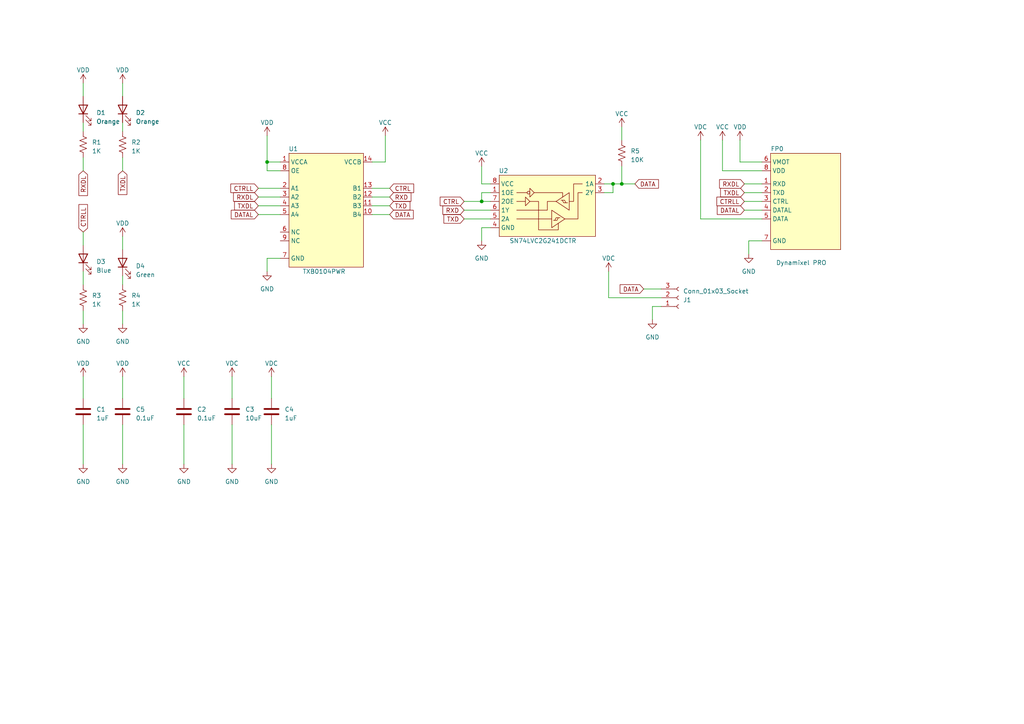
<source format=kicad_sch>
(kicad_sch (version 20230121) (generator eeschema)

  (uuid 3737933e-3283-41a2-be0a-aafac6795208)

  (paper "A4")

  (lib_symbols
    (symbol "BuffersLogic_74S:SN74LVC2G241DC" (in_bom yes) (on_board yes)
      (property "Reference" "U" (at -12.7 8.89 0)
        (effects (font (size 1.27 1.27)))
      )
      (property "Value" "" (at 5.08 0 0)
        (effects (font (size 1.27 1.27)))
      )
      (property "Footprint" "" (at 5.08 0 0)
        (effects (font (size 1.27 1.27)) hide)
      )
      (property "Datasheet" "" (at 5.08 0 0)
        (effects (font (size 1.27 1.27)) hide)
      )
      (symbol "SN74LVC2G241DC_0_1"
        (rectangle (start -13.97 7.62) (end 13.97 -10.16)
          (stroke (width 0) (type default))
          (fill (type background))
        )
        (circle (center -5.461 2.54) (radius 0.399)
          (stroke (width 0) (type default))
          (fill (type none))
        )
        (polyline
          (pts
            (xy -8.89 2.54)
            (xy -5.8943 2.5424)
          )
          (stroke (width 0) (type default))
          (fill (type none))
        )
        (polyline
          (pts
            (xy -3.81 2.54)
            (xy 4.445 2.54)
            (xy 4.445 1.27)
          )
          (stroke (width 0) (type default))
          (fill (type none))
        )
        (polyline
          (pts
            (xy 2.1599 -5.4966)
            (xy 2.5409 -4.7346)
            (xy 3.1759 -4.7346)
          )
          (stroke (width 0) (type default))
          (fill (type none))
        )
        (polyline
          (pts
            (xy 4.3554 0.358)
            (xy 4.7364 -0.404)
            (xy 5.3714 -0.404)
          )
          (stroke (width 0) (type default))
          (fill (type none))
        )
        (polyline
          (pts
            (xy 1.7789 -5.4966)
            (xy 2.7949 -5.4966)
            (xy 3.1759 -4.7346)
            (xy 3.6839 -4.7346)
          )
          (stroke (width 0) (type default))
          (fill (type none))
        )
        (polyline
          (pts
            (xy 2.54 0)
            (xy 6.35 -2.54)
            (xy 6.35 2.54)
            (xy 2.54 0)
          )
          (stroke (width 0) (type default))
          (fill (type none))
        )
        (polyline
          (pts
            (xy 3.9744 0.358)
            (xy 4.9904 0.358)
            (xy 5.3714 -0.404)
            (xy 5.8794 -0.404)
          )
          (stroke (width 0) (type default))
          (fill (type none))
        )
        (polyline
          (pts
            (xy 5.08 -5.08)
            (xy 8.89 -5.08)
            (xy 8.89 2.54)
            (xy 10.16 2.54)
          )
          (stroke (width 0) (type default))
          (fill (type none))
        )
        (polyline
          (pts
            (xy 6.35 0)
            (xy 7.62 0)
            (xy 7.62 5.08)
            (xy 10.16 5.08)
          )
          (stroke (width 0) (type default))
          (fill (type none))
        )
        (polyline
          (pts
            (xy 2.54 0)
            (xy 2.54 0)
            (xy 0 0)
            (xy 0 -2.54)
            (xy -8.89 -2.54)
          )
          (stroke (width 0) (type default))
          (fill (type none))
        )
        (polyline
          (pts
            (xy -8.89 -5.08)
            (xy 1.27 -5.08)
            (xy 1.27 -2.54)
            (xy 5.08 -5.08)
            (xy 1.27 -7.62)
            (xy 1.27 -5.08)
          )
          (stroke (width 0) (type default))
          (fill (type none))
        )
        (polyline
          (pts
            (xy -8.89 0)
            (xy -6.35 0)
            (xy -6.35 1.27)
            (xy -5.08 0)
            (xy -6.35 -1.27)
            (xy -6.35 0)
          )
          (stroke (width 0) (type default))
          (fill (type none))
        )
        (polyline
          (pts
            (xy -5.08 2.54)
            (xy -5.08 2.54)
            (xy -5.08 3.81)
            (xy -3.81 2.54)
            (xy -5.08 1.27)
            (xy -5.08 2.54)
          )
          (stroke (width 0) (type default))
          (fill (type none))
        )
        (polyline
          (pts
            (xy -5.08 0)
            (xy -2.54 0)
            (xy -2.54 -7.62)
            (xy -2.54 -8.255)
            (xy -2.54 -8.255)
            (xy 3.175 -8.255)
            (xy 3.175 -6.35)
          )
          (stroke (width 0) (type default))
          (fill (type none))
        )
      )
      (symbol "SN74LVC2G241DC_1_1"
        (pin input line (at -16.51 2.54 0) (length 2.54)
          (name "1OE" (effects (font (size 1.27 1.27))))
          (number "1" (effects (font (size 1.27 1.27))))
        )
        (pin input line (at 16.51 5.08 180) (length 2.54)
          (name "1A" (effects (font (size 1.27 1.27))))
          (number "2" (effects (font (size 1.27 1.27))))
        )
        (pin input line (at 16.51 2.54 180) (length 2.54)
          (name "2Y" (effects (font (size 1.27 1.27))))
          (number "3" (effects (font (size 1.27 1.27))))
        )
        (pin power_in line (at -16.51 -7.62 0) (length 2.54)
          (name "GND" (effects (font (size 1.27 1.27))))
          (number "4" (effects (font (size 1.27 1.27))))
        )
        (pin input line (at -16.51 -5.08 0) (length 2.54)
          (name "2A" (effects (font (size 1.27 1.27))))
          (number "5" (effects (font (size 1.27 1.27))))
        )
        (pin output line (at -16.51 -2.54 0) (length 2.54)
          (name "1Y" (effects (font (size 1.27 1.27))))
          (number "6" (effects (font (size 1.27 1.27))))
        )
        (pin input line (at -16.51 0 0) (length 2.54)
          (name "2OE" (effects (font (size 1.27 1.27))))
          (number "7" (effects (font (size 1.27 1.27))))
        )
        (pin power_in line (at -16.51 5.08 0) (length 2.54)
          (name "VCC" (effects (font (size 1.27 1.27))))
          (number "8" (effects (font (size 1.27 1.27))))
        )
      )
    )
    (symbol "BuffersLogic_74S:TXB0104PW" (in_bom yes) (on_board yes)
      (property "Reference" "U" (at -8.89 8.89 0)
        (effects (font (size 1.27 1.27)))
      )
      (property "Value" "" (at 0 0 0)
        (effects (font (size 1.27 1.27)))
      )
      (property "Footprint" "" (at 0 0 0)
        (effects (font (size 1.27 1.27)) hide)
      )
      (property "Datasheet" "" (at 0 0 0)
        (effects (font (size 1.27 1.27)) hide)
      )
      (symbol "TXB0104PW_0_1"
        (rectangle (start -10.16 7.62) (end 11.43 -25.4)
          (stroke (width 0) (type default))
          (fill (type background))
        )
      )
      (symbol "TXB0104PW_1_1"
        (pin power_in line (at -12.7 5.08 0) (length 2.54)
          (name "VCCA" (effects (font (size 1.27 1.27))))
          (number "1" (effects (font (size 1.27 1.27))))
        )
        (pin bidirectional line (at 13.97 -10.16 180) (length 2.54)
          (name "B4" (effects (font (size 1.27 1.27))))
          (number "10" (effects (font (size 1.27 1.27))))
        )
        (pin bidirectional line (at 13.97 -7.62 180) (length 2.54)
          (name "B3" (effects (font (size 1.27 1.27))))
          (number "11" (effects (font (size 1.27 1.27))))
        )
        (pin bidirectional line (at 13.97 -5.08 180) (length 2.54)
          (name "B2" (effects (font (size 1.27 1.27))))
          (number "12" (effects (font (size 1.27 1.27))))
        )
        (pin bidirectional line (at 13.97 -2.54 180) (length 2.54)
          (name "B1" (effects (font (size 1.27 1.27))))
          (number "13" (effects (font (size 1.27 1.27))))
        )
        (pin power_in line (at 13.97 5.08 180) (length 2.54)
          (name "VCCB" (effects (font (size 1.27 1.27))))
          (number "14" (effects (font (size 1.27 1.27))))
        )
        (pin bidirectional line (at -12.7 -2.54 0) (length 2.54)
          (name "A1" (effects (font (size 1.27 1.27))))
          (number "2" (effects (font (size 1.27 1.27))))
        )
        (pin bidirectional line (at -12.7 -5.08 0) (length 2.54)
          (name "A2" (effects (font (size 1.27 1.27))))
          (number "3" (effects (font (size 1.27 1.27))))
        )
        (pin bidirectional line (at -12.7 -7.62 0) (length 2.54)
          (name "A3" (effects (font (size 1.27 1.27))))
          (number "4" (effects (font (size 1.27 1.27))))
        )
        (pin bidirectional line (at -12.7 -10.16 0) (length 2.54)
          (name "A4" (effects (font (size 1.27 1.27))))
          (number "5" (effects (font (size 1.27 1.27))))
        )
        (pin input line (at -12.7 -15.24 0) (length 2.54)
          (name "NC" (effects (font (size 1.27 1.27))))
          (number "6" (effects (font (size 1.27 1.27))))
        )
        (pin power_in line (at -12.7 -22.86 0) (length 2.54)
          (name "GND" (effects (font (size 1.27 1.27))))
          (number "7" (effects (font (size 1.27 1.27))))
        )
        (pin input line (at -12.7 2.54 0) (length 2.54)
          (name "OE" (effects (font (size 1.27 1.27))))
          (number "8" (effects (font (size 1.27 1.27))))
        )
        (pin input line (at -12.7 -17.78 0) (length 2.54)
          (name "NC" (effects (font (size 1.27 1.27))))
          (number "9" (effects (font (size 1.27 1.27))))
        )
      )
    )
    (symbol "Connector:Conn_01x03_Socket" (pin_names (offset 1.016) hide) (in_bom yes) (on_board yes)
      (property "Reference" "J" (at 0 5.08 0)
        (effects (font (size 1.27 1.27)))
      )
      (property "Value" "Conn_01x03_Socket" (at 0 -5.08 0)
        (effects (font (size 1.27 1.27)))
      )
      (property "Footprint" "" (at 0 0 0)
        (effects (font (size 1.27 1.27)) hide)
      )
      (property "Datasheet" "~" (at 0 0 0)
        (effects (font (size 1.27 1.27)) hide)
      )
      (property "ki_locked" "" (at 0 0 0)
        (effects (font (size 1.27 1.27)))
      )
      (property "ki_keywords" "connector" (at 0 0 0)
        (effects (font (size 1.27 1.27)) hide)
      )
      (property "ki_description" "Generic connector, single row, 01x03, script generated" (at 0 0 0)
        (effects (font (size 1.27 1.27)) hide)
      )
      (property "ki_fp_filters" "Connector*:*_1x??_*" (at 0 0 0)
        (effects (font (size 1.27 1.27)) hide)
      )
      (symbol "Conn_01x03_Socket_1_1"
        (arc (start 0 -2.032) (mid -0.5058 -2.54) (end 0 -3.048)
          (stroke (width 0.1524) (type default))
          (fill (type none))
        )
        (polyline
          (pts
            (xy -1.27 -2.54)
            (xy -0.508 -2.54)
          )
          (stroke (width 0.1524) (type default))
          (fill (type none))
        )
        (polyline
          (pts
            (xy -1.27 0)
            (xy -0.508 0)
          )
          (stroke (width 0.1524) (type default))
          (fill (type none))
        )
        (polyline
          (pts
            (xy -1.27 2.54)
            (xy -0.508 2.54)
          )
          (stroke (width 0.1524) (type default))
          (fill (type none))
        )
        (arc (start 0 0.508) (mid -0.5058 0) (end 0 -0.508)
          (stroke (width 0.1524) (type default))
          (fill (type none))
        )
        (arc (start 0 3.048) (mid -0.5058 2.54) (end 0 2.032)
          (stroke (width 0.1524) (type default))
          (fill (type none))
        )
        (pin passive line (at -5.08 2.54 0) (length 3.81)
          (name "Pin_1" (effects (font (size 1.27 1.27))))
          (number "1" (effects (font (size 1.27 1.27))))
        )
        (pin passive line (at -5.08 0 0) (length 3.81)
          (name "Pin_2" (effects (font (size 1.27 1.27))))
          (number "2" (effects (font (size 1.27 1.27))))
        )
        (pin passive line (at -5.08 -2.54 0) (length 3.81)
          (name "Pin_3" (effects (font (size 1.27 1.27))))
          (number "3" (effects (font (size 1.27 1.27))))
        )
      )
    )
    (symbol "Device:C" (pin_numbers hide) (pin_names (offset 0.254)) (in_bom yes) (on_board yes)
      (property "Reference" "C" (at 0.635 2.54 0)
        (effects (font (size 1.27 1.27)) (justify left))
      )
      (property "Value" "C" (at 0.635 -2.54 0)
        (effects (font (size 1.27 1.27)) (justify left))
      )
      (property "Footprint" "" (at 0.9652 -3.81 0)
        (effects (font (size 1.27 1.27)) hide)
      )
      (property "Datasheet" "~" (at 0 0 0)
        (effects (font (size 1.27 1.27)) hide)
      )
      (property "ki_keywords" "cap capacitor" (at 0 0 0)
        (effects (font (size 1.27 1.27)) hide)
      )
      (property "ki_description" "Unpolarized capacitor" (at 0 0 0)
        (effects (font (size 1.27 1.27)) hide)
      )
      (property "ki_fp_filters" "C_*" (at 0 0 0)
        (effects (font (size 1.27 1.27)) hide)
      )
      (symbol "C_0_1"
        (polyline
          (pts
            (xy -2.032 -0.762)
            (xy 2.032 -0.762)
          )
          (stroke (width 0.508) (type default))
          (fill (type none))
        )
        (polyline
          (pts
            (xy -2.032 0.762)
            (xy 2.032 0.762)
          )
          (stroke (width 0.508) (type default))
          (fill (type none))
        )
      )
      (symbol "C_1_1"
        (pin passive line (at 0 3.81 270) (length 2.794)
          (name "~" (effects (font (size 1.27 1.27))))
          (number "1" (effects (font (size 1.27 1.27))))
        )
        (pin passive line (at 0 -3.81 90) (length 2.794)
          (name "~" (effects (font (size 1.27 1.27))))
          (number "2" (effects (font (size 1.27 1.27))))
        )
      )
    )
    (symbol "Device:LED" (pin_numbers hide) (pin_names (offset 1.016) hide) (in_bom yes) (on_board yes)
      (property "Reference" "D" (at 0 2.54 0)
        (effects (font (size 1.27 1.27)))
      )
      (property "Value" "LED" (at 0 -2.54 0)
        (effects (font (size 1.27 1.27)))
      )
      (property "Footprint" "" (at 0 0 0)
        (effects (font (size 1.27 1.27)) hide)
      )
      (property "Datasheet" "~" (at 0 0 0)
        (effects (font (size 1.27 1.27)) hide)
      )
      (property "ki_keywords" "LED diode" (at 0 0 0)
        (effects (font (size 1.27 1.27)) hide)
      )
      (property "ki_description" "Light emitting diode" (at 0 0 0)
        (effects (font (size 1.27 1.27)) hide)
      )
      (property "ki_fp_filters" "LED* LED_SMD:* LED_THT:*" (at 0 0 0)
        (effects (font (size 1.27 1.27)) hide)
      )
      (symbol "LED_0_1"
        (polyline
          (pts
            (xy -1.27 -1.27)
            (xy -1.27 1.27)
          )
          (stroke (width 0.254) (type default))
          (fill (type none))
        )
        (polyline
          (pts
            (xy -1.27 0)
            (xy 1.27 0)
          )
          (stroke (width 0) (type default))
          (fill (type none))
        )
        (polyline
          (pts
            (xy 1.27 -1.27)
            (xy 1.27 1.27)
            (xy -1.27 0)
            (xy 1.27 -1.27)
          )
          (stroke (width 0.254) (type default))
          (fill (type none))
        )
        (polyline
          (pts
            (xy -3.048 -0.762)
            (xy -4.572 -2.286)
            (xy -3.81 -2.286)
            (xy -4.572 -2.286)
            (xy -4.572 -1.524)
          )
          (stroke (width 0) (type default))
          (fill (type none))
        )
        (polyline
          (pts
            (xy -1.778 -0.762)
            (xy -3.302 -2.286)
            (xy -2.54 -2.286)
            (xy -3.302 -2.286)
            (xy -3.302 -1.524)
          )
          (stroke (width 0) (type default))
          (fill (type none))
        )
      )
      (symbol "LED_1_1"
        (pin passive line (at -3.81 0 0) (length 2.54)
          (name "K" (effects (font (size 1.27 1.27))))
          (number "1" (effects (font (size 1.27 1.27))))
        )
        (pin passive line (at 3.81 0 180) (length 2.54)
          (name "A" (effects (font (size 1.27 1.27))))
          (number "2" (effects (font (size 1.27 1.27))))
        )
      )
    )
    (symbol "Device:R_US" (pin_numbers hide) (pin_names (offset 0)) (in_bom yes) (on_board yes)
      (property "Reference" "R" (at 2.54 0 90)
        (effects (font (size 1.27 1.27)))
      )
      (property "Value" "R_US" (at -2.54 0 90)
        (effects (font (size 1.27 1.27)))
      )
      (property "Footprint" "" (at 1.016 -0.254 90)
        (effects (font (size 1.27 1.27)) hide)
      )
      (property "Datasheet" "~" (at 0 0 0)
        (effects (font (size 1.27 1.27)) hide)
      )
      (property "ki_keywords" "R res resistor" (at 0 0 0)
        (effects (font (size 1.27 1.27)) hide)
      )
      (property "ki_description" "Resistor, US symbol" (at 0 0 0)
        (effects (font (size 1.27 1.27)) hide)
      )
      (property "ki_fp_filters" "R_*" (at 0 0 0)
        (effects (font (size 1.27 1.27)) hide)
      )
      (symbol "R_US_0_1"
        (polyline
          (pts
            (xy 0 -2.286)
            (xy 0 -2.54)
          )
          (stroke (width 0) (type default))
          (fill (type none))
        )
        (polyline
          (pts
            (xy 0 2.286)
            (xy 0 2.54)
          )
          (stroke (width 0) (type default))
          (fill (type none))
        )
        (polyline
          (pts
            (xy 0 -0.762)
            (xy 1.016 -1.143)
            (xy 0 -1.524)
            (xy -1.016 -1.905)
            (xy 0 -2.286)
          )
          (stroke (width 0) (type default))
          (fill (type none))
        )
        (polyline
          (pts
            (xy 0 0.762)
            (xy 1.016 0.381)
            (xy 0 0)
            (xy -1.016 -0.381)
            (xy 0 -0.762)
          )
          (stroke (width 0) (type default))
          (fill (type none))
        )
        (polyline
          (pts
            (xy 0 2.286)
            (xy 1.016 1.905)
            (xy 0 1.524)
            (xy -1.016 1.143)
            (xy 0 0.762)
          )
          (stroke (width 0) (type default))
          (fill (type none))
        )
      )
      (symbol "R_US_1_1"
        (pin passive line (at 0 3.81 270) (length 1.27)
          (name "~" (effects (font (size 1.27 1.27))))
          (number "1" (effects (font (size 1.27 1.27))))
        )
        (pin passive line (at 0 -3.81 90) (length 1.27)
          (name "~" (effects (font (size 1.27 1.27))))
          (number "2" (effects (font (size 1.27 1.27))))
        )
      )
    )
    (symbol "Savage_Electronics:Dynamixel_InterfacePRO" (in_bom yes) (on_board yes)
      (property "Reference" "U" (at -8.89 15.24 0)
        (effects (font (size 1.27 1.27)))
      )
      (property "Value" "" (at -6.35 8.89 0)
        (effects (font (size 1.27 1.27)))
      )
      (property "Footprint" "" (at -6.35 8.89 0)
        (effects (font (size 1.27 1.27)) hide)
      )
      (property "Datasheet" "" (at -6.35 8.89 0)
        (effects (font (size 1.27 1.27)) hide)
      )
      (symbol "Dynamixel_InterfacePRO_0_1"
        (rectangle (start -10.16 13.97) (end 10.16 -13.97)
          (stroke (width 0) (type default))
          (fill (type background))
        )
      )
      (symbol "Dynamixel_InterfacePRO_1_1"
        (pin output line (at -12.7 5.08 0) (length 2.54)
          (name "RXD" (effects (font (size 1.27 1.27))))
          (number "1" (effects (font (size 1.27 1.27))))
        )
        (pin input line (at -12.7 2.54 0) (length 2.54)
          (name "TXD" (effects (font (size 1.27 1.27))))
          (number "2" (effects (font (size 1.27 1.27))))
        )
        (pin input line (at -12.7 0 0) (length 2.54)
          (name "CTRL" (effects (font (size 1.27 1.27))))
          (number "3" (effects (font (size 1.27 1.27))))
        )
        (pin bidirectional line (at -12.7 -2.54 0) (length 2.54)
          (name "DATAL" (effects (font (size 1.27 1.27))))
          (number "4" (effects (font (size 1.27 1.27))))
        )
        (pin bidirectional line (at -12.7 -5.08 0) (length 2.54)
          (name "DATA" (effects (font (size 1.27 1.27))))
          (number "5" (effects (font (size 1.27 1.27))))
        )
        (pin power_in line (at -12.7 11.43 0) (length 2.54)
          (name "VMOT" (effects (font (size 1.27 1.27))))
          (number "6" (effects (font (size 1.27 1.27))))
        )
        (pin power_in line (at -12.7 -11.43 0) (length 2.54)
          (name "GND" (effects (font (size 1.27 1.27))))
          (number "7" (effects (font (size 1.27 1.27))))
        )
        (pin power_in line (at -12.7 8.89 0) (length 2.54)
          (name "VDD" (effects (font (size 1.27 1.27))))
          (number "8" (effects (font (size 1.27 1.27))))
        )
      )
    )
    (symbol "power:GND" (power) (pin_names (offset 0)) (in_bom yes) (on_board yes)
      (property "Reference" "#PWR" (at 0 -6.35 0)
        (effects (font (size 1.27 1.27)) hide)
      )
      (property "Value" "GND" (at 0 -3.81 0)
        (effects (font (size 1.27 1.27)))
      )
      (property "Footprint" "" (at 0 0 0)
        (effects (font (size 1.27 1.27)) hide)
      )
      (property "Datasheet" "" (at 0 0 0)
        (effects (font (size 1.27 1.27)) hide)
      )
      (property "ki_keywords" "global power" (at 0 0 0)
        (effects (font (size 1.27 1.27)) hide)
      )
      (property "ki_description" "Power symbol creates a global label with name \"GND\" , ground" (at 0 0 0)
        (effects (font (size 1.27 1.27)) hide)
      )
      (symbol "GND_0_1"
        (polyline
          (pts
            (xy 0 0)
            (xy 0 -1.27)
            (xy 1.27 -1.27)
            (xy 0 -2.54)
            (xy -1.27 -1.27)
            (xy 0 -1.27)
          )
          (stroke (width 0) (type default))
          (fill (type none))
        )
      )
      (symbol "GND_1_1"
        (pin power_in line (at 0 0 270) (length 0) hide
          (name "GND" (effects (font (size 1.27 1.27))))
          (number "1" (effects (font (size 1.27 1.27))))
        )
      )
    )
    (symbol "power:VCC" (power) (pin_names (offset 0)) (in_bom yes) (on_board yes)
      (property "Reference" "#PWR" (at 0 -3.81 0)
        (effects (font (size 1.27 1.27)) hide)
      )
      (property "Value" "VCC" (at 0 3.81 0)
        (effects (font (size 1.27 1.27)))
      )
      (property "Footprint" "" (at 0 0 0)
        (effects (font (size 1.27 1.27)) hide)
      )
      (property "Datasheet" "" (at 0 0 0)
        (effects (font (size 1.27 1.27)) hide)
      )
      (property "ki_keywords" "global power" (at 0 0 0)
        (effects (font (size 1.27 1.27)) hide)
      )
      (property "ki_description" "Power symbol creates a global label with name \"VCC\"" (at 0 0 0)
        (effects (font (size 1.27 1.27)) hide)
      )
      (symbol "VCC_0_1"
        (polyline
          (pts
            (xy -0.762 1.27)
            (xy 0 2.54)
          )
          (stroke (width 0) (type default))
          (fill (type none))
        )
        (polyline
          (pts
            (xy 0 0)
            (xy 0 2.54)
          )
          (stroke (width 0) (type default))
          (fill (type none))
        )
        (polyline
          (pts
            (xy 0 2.54)
            (xy 0.762 1.27)
          )
          (stroke (width 0) (type default))
          (fill (type none))
        )
      )
      (symbol "VCC_1_1"
        (pin power_in line (at 0 0 90) (length 0) hide
          (name "VCC" (effects (font (size 1.27 1.27))))
          (number "1" (effects (font (size 1.27 1.27))))
        )
      )
    )
    (symbol "power:VDC" (power) (pin_names (offset 0)) (in_bom yes) (on_board yes)
      (property "Reference" "#PWR" (at 0 -2.54 0)
        (effects (font (size 1.27 1.27)) hide)
      )
      (property "Value" "VDC" (at 0 6.35 0)
        (effects (font (size 1.27 1.27)))
      )
      (property "Footprint" "" (at 0 0 0)
        (effects (font (size 1.27 1.27)) hide)
      )
      (property "Datasheet" "" (at 0 0 0)
        (effects (font (size 1.27 1.27)) hide)
      )
      (property "ki_keywords" "global power" (at 0 0 0)
        (effects (font (size 1.27 1.27)) hide)
      )
      (property "ki_description" "Power symbol creates a global label with name \"VDC\"" (at 0 0 0)
        (effects (font (size 1.27 1.27)) hide)
      )
      (symbol "VDC_0_1"
        (polyline
          (pts
            (xy -0.762 1.27)
            (xy 0 2.54)
          )
          (stroke (width 0) (type default))
          (fill (type none))
        )
        (polyline
          (pts
            (xy 0 0)
            (xy 0 2.54)
          )
          (stroke (width 0) (type default))
          (fill (type none))
        )
        (polyline
          (pts
            (xy 0 2.54)
            (xy 0.762 1.27)
          )
          (stroke (width 0) (type default))
          (fill (type none))
        )
      )
      (symbol "VDC_1_1"
        (pin power_in line (at 0 0 90) (length 0) hide
          (name "VDC" (effects (font (size 1.27 1.27))))
          (number "1" (effects (font (size 1.27 1.27))))
        )
      )
    )
    (symbol "power:VDD" (power) (pin_names (offset 0)) (in_bom yes) (on_board yes)
      (property "Reference" "#PWR" (at 0 -3.81 0)
        (effects (font (size 1.27 1.27)) hide)
      )
      (property "Value" "VDD" (at 0 3.81 0)
        (effects (font (size 1.27 1.27)))
      )
      (property "Footprint" "" (at 0 0 0)
        (effects (font (size 1.27 1.27)) hide)
      )
      (property "Datasheet" "" (at 0 0 0)
        (effects (font (size 1.27 1.27)) hide)
      )
      (property "ki_keywords" "global power" (at 0 0 0)
        (effects (font (size 1.27 1.27)) hide)
      )
      (property "ki_description" "Power symbol creates a global label with name \"VDD\"" (at 0 0 0)
        (effects (font (size 1.27 1.27)) hide)
      )
      (symbol "VDD_0_1"
        (polyline
          (pts
            (xy -0.762 1.27)
            (xy 0 2.54)
          )
          (stroke (width 0) (type default))
          (fill (type none))
        )
        (polyline
          (pts
            (xy 0 0)
            (xy 0 2.54)
          )
          (stroke (width 0) (type default))
          (fill (type none))
        )
        (polyline
          (pts
            (xy 0 2.54)
            (xy 0.762 1.27)
          )
          (stroke (width 0) (type default))
          (fill (type none))
        )
      )
      (symbol "VDD_1_1"
        (pin power_in line (at 0 0 90) (length 0) hide
          (name "VDD" (effects (font (size 1.27 1.27))))
          (number "1" (effects (font (size 1.27 1.27))))
        )
      )
    )
  )

  (junction (at 77.47 46.99) (diameter 0) (color 0 0 0 0)
    (uuid 12e14690-1410-45a9-b6bc-57db3a3d328e)
  )
  (junction (at 177.8 53.34) (diameter 0) (color 0 0 0 0)
    (uuid 32534435-fd93-48ba-a4ea-ca160513475c)
  )
  (junction (at 180.34 53.34) (diameter 0) (color 0 0 0 0)
    (uuid a547590d-dcd1-4a77-99ee-657d01ce335b)
  )
  (junction (at 139.7 58.42) (diameter 0) (color 0 0 0 0)
    (uuid f8bc13b9-8f3b-4c7b-b999-00e470fbc3b4)
  )

  (wire (pts (xy 107.95 54.61) (xy 113.03 54.61))
    (stroke (width 0) (type default))
    (uuid 01b8ef73-4452-4641-a0f9-959dc6000c64)
  )
  (wire (pts (xy 186.69 83.82) (xy 191.77 83.82))
    (stroke (width 0) (type default))
    (uuid 03556801-2596-4f47-aa8e-3f28d023d30c)
  )
  (wire (pts (xy 177.8 53.34) (xy 177.8 55.88))
    (stroke (width 0) (type default))
    (uuid 0e7daf6e-0a4a-4239-b908-d47b8e1e41c8)
  )
  (wire (pts (xy 35.56 24.13) (xy 35.56 27.94))
    (stroke (width 0) (type default))
    (uuid 1125a599-44f1-4f53-a69e-b7dbd5396ccc)
  )
  (wire (pts (xy 209.55 49.53) (xy 209.55 40.64))
    (stroke (width 0) (type default))
    (uuid 1294a8a7-fe12-4092-b09f-0f937cf49476)
  )
  (wire (pts (xy 81.28 74.93) (xy 77.47 74.93))
    (stroke (width 0) (type default))
    (uuid 1aeca6b4-1d81-4bb5-b267-74121e71ebe5)
  )
  (wire (pts (xy 176.53 86.36) (xy 191.77 86.36))
    (stroke (width 0) (type default))
    (uuid 1c3843a5-715d-4635-ba85-74e6f8e7eddd)
  )
  (wire (pts (xy 175.26 53.34) (xy 177.8 53.34))
    (stroke (width 0) (type default))
    (uuid 2094324f-c4cf-4311-9545-634dc368a7a6)
  )
  (wire (pts (xy 203.2 63.5) (xy 203.2 40.64))
    (stroke (width 0) (type default))
    (uuid 21f7b5a2-72ee-42a2-9463-299fe192d59d)
  )
  (wire (pts (xy 67.31 109.22) (xy 67.31 115.57))
    (stroke (width 0) (type default))
    (uuid 26724391-8cf3-4397-9108-0c315ae5ce01)
  )
  (wire (pts (xy 215.9 58.42) (xy 220.98 58.42))
    (stroke (width 0) (type default))
    (uuid 2770152a-42dd-40bb-afaf-c2aa48cbd7be)
  )
  (wire (pts (xy 74.93 54.61) (xy 81.28 54.61))
    (stroke (width 0) (type default))
    (uuid 2bc46e19-a7f0-4ec0-9cd3-34268b76fba8)
  )
  (wire (pts (xy 142.24 53.34) (xy 139.7 53.34))
    (stroke (width 0) (type default))
    (uuid 314df2af-74e0-4a40-84f9-f8171fdb1281)
  )
  (wire (pts (xy 24.13 35.56) (xy 24.13 38.1))
    (stroke (width 0) (type default))
    (uuid 32388983-1db6-4a69-93df-79a25ab999ab)
  )
  (wire (pts (xy 134.62 60.96) (xy 142.24 60.96))
    (stroke (width 0) (type default))
    (uuid 345b6565-ca1e-4be8-b492-80e556c917f4)
  )
  (wire (pts (xy 107.95 62.23) (xy 113.03 62.23))
    (stroke (width 0) (type default))
    (uuid 377df508-4f61-4e11-b43e-81e71dfa95d6)
  )
  (wire (pts (xy 189.23 88.9) (xy 189.23 92.71))
    (stroke (width 0) (type default))
    (uuid 44928a4e-4017-4720-899f-a03934eb555f)
  )
  (wire (pts (xy 214.63 40.64) (xy 214.63 46.99))
    (stroke (width 0) (type default))
    (uuid 44bb96a0-bf1b-4d11-945f-b285acc92a8a)
  )
  (wire (pts (xy 24.13 45.72) (xy 24.13 49.53))
    (stroke (width 0) (type default))
    (uuid 44f6c623-4c47-4703-8071-45af824a60e1)
  )
  (wire (pts (xy 24.13 123.19) (xy 24.13 134.62))
    (stroke (width 0) (type default))
    (uuid 4d1ea457-21b7-4313-b828-c9df00598cae)
  )
  (wire (pts (xy 220.98 46.99) (xy 214.63 46.99))
    (stroke (width 0) (type default))
    (uuid 4d7caf8a-107c-4a16-b1cd-bd50970a1a39)
  )
  (wire (pts (xy 180.34 53.34) (xy 180.34 48.26))
    (stroke (width 0) (type default))
    (uuid 4fcf10fc-6b54-4f46-8162-4a8d6e44a36a)
  )
  (wire (pts (xy 134.62 58.42) (xy 139.7 58.42))
    (stroke (width 0) (type default))
    (uuid 54dc50e6-b94b-4271-8472-cdab15f8d6d2)
  )
  (wire (pts (xy 189.23 88.9) (xy 191.77 88.9))
    (stroke (width 0) (type default))
    (uuid 5858a394-d30e-4e46-80da-e02e4c63cdda)
  )
  (wire (pts (xy 111.76 46.99) (xy 107.95 46.99))
    (stroke (width 0) (type default))
    (uuid 586b700f-392b-4b0a-9270-80df876f03d4)
  )
  (wire (pts (xy 35.56 35.56) (xy 35.56 38.1))
    (stroke (width 0) (type default))
    (uuid 59f851e0-3f27-4bbc-8d08-fa6df0fc7c11)
  )
  (wire (pts (xy 139.7 58.42) (xy 142.24 58.42))
    (stroke (width 0) (type default))
    (uuid 5d7ec50f-36c3-4577-a36a-9bb9b699a578)
  )
  (wire (pts (xy 35.56 123.19) (xy 35.56 134.62))
    (stroke (width 0) (type default))
    (uuid 5d8d414f-d8ab-4ea7-af59-4951a3f4c3e9)
  )
  (wire (pts (xy 107.95 59.69) (xy 113.03 59.69))
    (stroke (width 0) (type default))
    (uuid 6498f46e-d84a-4be8-a243-66c0d1edb009)
  )
  (wire (pts (xy 215.9 55.88) (xy 220.98 55.88))
    (stroke (width 0) (type default))
    (uuid 69ba7ed8-2374-4151-8c6c-0f55024e4af5)
  )
  (wire (pts (xy 53.34 123.19) (xy 53.34 134.62))
    (stroke (width 0) (type default))
    (uuid 6bc6007f-b07f-4bec-9a45-bcee7d3dbc0d)
  )
  (wire (pts (xy 35.56 80.01) (xy 35.56 82.55))
    (stroke (width 0) (type default))
    (uuid 6e365ffb-fb98-4d87-bd57-db33ce18a1f2)
  )
  (wire (pts (xy 78.74 109.22) (xy 78.74 115.57))
    (stroke (width 0) (type default))
    (uuid 70810276-d978-4853-89b5-574274c4aa19)
  )
  (wire (pts (xy 24.13 67.31) (xy 24.13 71.12))
    (stroke (width 0) (type default))
    (uuid 729c3a59-e82e-40e5-a2f9-b5c4568b1e24)
  )
  (wire (pts (xy 35.56 90.17) (xy 35.56 93.98))
    (stroke (width 0) (type default))
    (uuid 77f370e8-67ce-4ac1-8b5b-c47d5644438f)
  )
  (wire (pts (xy 24.13 78.74) (xy 24.13 82.55))
    (stroke (width 0) (type default))
    (uuid 7885fddf-1cdb-4987-9863-41c313c4c04e)
  )
  (wire (pts (xy 24.13 90.17) (xy 24.13 93.98))
    (stroke (width 0) (type default))
    (uuid 7bc53bef-754b-4841-a78c-23f2bcd6a8a0)
  )
  (wire (pts (xy 215.9 60.96) (xy 220.98 60.96))
    (stroke (width 0) (type default))
    (uuid 7f54544d-3d64-4cdf-a92d-e2ee5a6fccb3)
  )
  (wire (pts (xy 203.2 63.5) (xy 220.98 63.5))
    (stroke (width 0) (type default))
    (uuid 83a8b6f5-1555-4eb0-ab96-9bca644a6b9c)
  )
  (wire (pts (xy 78.74 123.19) (xy 78.74 134.62))
    (stroke (width 0) (type default))
    (uuid 8c38e426-cbf4-41aa-995b-b66325a83f50)
  )
  (wire (pts (xy 107.95 57.15) (xy 113.03 57.15))
    (stroke (width 0) (type default))
    (uuid 8d31577d-6468-46e9-ba27-ee4c43f85a56)
  )
  (wire (pts (xy 142.24 55.88) (xy 139.7 55.88))
    (stroke (width 0) (type default))
    (uuid 8edcc19b-f1ca-4dae-9bc1-6db4f4ba687f)
  )
  (wire (pts (xy 217.17 69.85) (xy 217.17 73.66))
    (stroke (width 0) (type default))
    (uuid 8f25c2d6-ec98-4bf0-b06b-cceda9665ee7)
  )
  (wire (pts (xy 175.26 55.88) (xy 177.8 55.88))
    (stroke (width 0) (type default))
    (uuid 916c7fd2-4f30-42b0-8bc7-11f0be6dfc85)
  )
  (wire (pts (xy 24.13 109.22) (xy 24.13 115.57))
    (stroke (width 0) (type default))
    (uuid 923bdc4b-306a-46c8-b72d-24c2f8c756e6)
  )
  (wire (pts (xy 24.13 24.13) (xy 24.13 27.94))
    (stroke (width 0) (type default))
    (uuid 93af32f5-e044-4e56-b2c3-365772c65f09)
  )
  (wire (pts (xy 176.53 86.36) (xy 176.53 78.74))
    (stroke (width 0) (type default))
    (uuid 93d08dd1-5455-4e20-b272-5bfbfde31ac2)
  )
  (wire (pts (xy 139.7 55.88) (xy 139.7 58.42))
    (stroke (width 0) (type default))
    (uuid 949b806d-5689-4aff-bf7e-829992ef9fd2)
  )
  (wire (pts (xy 139.7 53.34) (xy 139.7 48.26))
    (stroke (width 0) (type default))
    (uuid 949fea4d-694c-4a03-bdbf-90ce55135042)
  )
  (wire (pts (xy 35.56 68.58) (xy 35.56 72.39))
    (stroke (width 0) (type default))
    (uuid 9a0f2454-846e-4ac6-ab56-503cb30a82cf)
  )
  (wire (pts (xy 53.34 109.22) (xy 53.34 115.57))
    (stroke (width 0) (type default))
    (uuid 9b56f9a2-eba2-4bc3-86bd-b8da87848164)
  )
  (wire (pts (xy 220.98 69.85) (xy 217.17 69.85))
    (stroke (width 0) (type default))
    (uuid a15f713c-e363-49cd-b641-e2f9d199fb4a)
  )
  (wire (pts (xy 74.93 62.23) (xy 81.28 62.23))
    (stroke (width 0) (type default))
    (uuid a3142131-d578-4bde-a42f-cb53f42edeea)
  )
  (wire (pts (xy 139.7 66.04) (xy 139.7 69.85))
    (stroke (width 0) (type default))
    (uuid af1ee66b-5240-4144-ba43-1081d5eff8b6)
  )
  (wire (pts (xy 215.9 53.34) (xy 220.98 53.34))
    (stroke (width 0) (type default))
    (uuid b3c55531-0c1e-45ed-bcba-08d455422c05)
  )
  (wire (pts (xy 180.34 36.83) (xy 180.34 40.64))
    (stroke (width 0) (type default))
    (uuid bd1512c5-e9ba-45f4-ba6f-e45bd7ac8424)
  )
  (wire (pts (xy 77.47 39.37) (xy 77.47 46.99))
    (stroke (width 0) (type default))
    (uuid c3c71196-4bb0-4333-b031-db8dc48b85ea)
  )
  (wire (pts (xy 220.98 49.53) (xy 209.55 49.53))
    (stroke (width 0) (type default))
    (uuid c4b0b88d-c8db-471e-8533-c1a2cebc1fc7)
  )
  (wire (pts (xy 67.31 123.19) (xy 67.31 134.62))
    (stroke (width 0) (type default))
    (uuid c5266df2-8b07-4e1f-b348-134449ae51c7)
  )
  (wire (pts (xy 134.62 63.5) (xy 142.24 63.5))
    (stroke (width 0) (type default))
    (uuid ca3d9745-b3a2-45ff-9d80-08d5232c3142)
  )
  (wire (pts (xy 111.76 39.37) (xy 111.76 46.99))
    (stroke (width 0) (type default))
    (uuid d12971d1-53c4-44cb-988d-b702d3d111c9)
  )
  (wire (pts (xy 77.47 49.53) (xy 77.47 46.99))
    (stroke (width 0) (type default))
    (uuid d5785bd1-c9e0-499b-a794-55cefc95de4a)
  )
  (wire (pts (xy 74.93 59.69) (xy 81.28 59.69))
    (stroke (width 0) (type default))
    (uuid dba51147-66d3-4077-a50d-6caa347c44d7)
  )
  (wire (pts (xy 77.47 74.93) (xy 77.47 78.74))
    (stroke (width 0) (type default))
    (uuid dbbc915a-d53b-4129-a4cb-1d6a835c841f)
  )
  (wire (pts (xy 74.93 57.15) (xy 81.28 57.15))
    (stroke (width 0) (type default))
    (uuid dccb4f5b-87cc-41e2-800b-341e3234f221)
  )
  (wire (pts (xy 77.47 46.99) (xy 81.28 46.99))
    (stroke (width 0) (type default))
    (uuid e014322b-10d5-4807-8b28-3569854904d4)
  )
  (wire (pts (xy 35.56 45.72) (xy 35.56 49.53))
    (stroke (width 0) (type default))
    (uuid e0e50ff4-077c-4b39-a9d2-2576ccd22385)
  )
  (wire (pts (xy 35.56 109.22) (xy 35.56 115.57))
    (stroke (width 0) (type default))
    (uuid ea645b8f-c256-49a2-8b91-af6f33f15de9)
  )
  (wire (pts (xy 142.24 66.04) (xy 139.7 66.04))
    (stroke (width 0) (type default))
    (uuid f0066d08-d217-4547-9b5f-434b28b8e627)
  )
  (wire (pts (xy 177.8 53.34) (xy 180.34 53.34))
    (stroke (width 0) (type default))
    (uuid f8b44cc3-be38-4b7e-b1e7-48e08f335fce)
  )
  (wire (pts (xy 180.34 53.34) (xy 184.15 53.34))
    (stroke (width 0) (type default))
    (uuid f9306f57-48b8-46eb-afa4-6e483041afdc)
  )
  (wire (pts (xy 81.28 49.53) (xy 77.47 49.53))
    (stroke (width 0) (type default))
    (uuid fba490af-91c8-48ca-8c90-ef75dff81d79)
  )

  (global_label "CTRLL" (shape input) (at 74.93 54.61 180) (fields_autoplaced)
    (effects (font (size 1.27 1.27)) (justify right))
    (uuid 09de1cda-93a3-435f-bcd0-a03d58d45d17)
    (property "Intersheetrefs" "${INTERSHEET_REFS}" (at 66.4604 54.61 0)
      (effects (font (size 1.27 1.27)) (justify right) hide)
    )
  )
  (global_label "DATAL" (shape input) (at 215.9 60.96 180) (fields_autoplaced)
    (effects (font (size 1.27 1.27)) (justify right))
    (uuid 1b24feaf-4ba2-47bb-bdba-ef355a5bbdda)
    (property "Intersheetrefs" "${INTERSHEET_REFS}" (at 207.5513 60.96 0)
      (effects (font (size 1.27 1.27)) (justify right) hide)
    )
  )
  (global_label "TXDL" (shape input) (at 215.9 55.88 180) (fields_autoplaced)
    (effects (font (size 1.27 1.27)) (justify right))
    (uuid 25e4aa06-ae5a-493a-be64-aea6a1216681)
    (property "Intersheetrefs" "${INTERSHEET_REFS}" (at 208.519 55.88 0)
      (effects (font (size 1.27 1.27)) (justify right) hide)
    )
  )
  (global_label "RXD" (shape input) (at 113.03 57.15 0) (fields_autoplaced)
    (effects (font (size 1.27 1.27)) (justify left))
    (uuid 2c8ead43-dbc9-4090-80bf-dce6dbc423c1)
    (property "Intersheetrefs" "${INTERSHEET_REFS}" (at 119.6853 57.15 0)
      (effects (font (size 1.27 1.27)) (justify left) hide)
    )
  )
  (global_label "DATA" (shape input) (at 184.15 53.34 0) (fields_autoplaced)
    (effects (font (size 1.27 1.27)) (justify left))
    (uuid 38878a48-540a-432c-b01e-692320951157)
    (property "Intersheetrefs" "${INTERSHEET_REFS}" (at 191.4706 53.34 0)
      (effects (font (size 1.27 1.27)) (justify left) hide)
    )
  )
  (global_label "RXDL" (shape input) (at 74.93 57.15 180) (fields_autoplaced)
    (effects (font (size 1.27 1.27)) (justify right))
    (uuid 38bac50c-77fb-47d3-9c21-85533a8aad33)
    (property "Intersheetrefs" "${INTERSHEET_REFS}" (at 67.2466 57.15 0)
      (effects (font (size 1.27 1.27)) (justify right) hide)
    )
  )
  (global_label "CTRLL" (shape input) (at 215.9 58.42 180) (fields_autoplaced)
    (effects (font (size 1.27 1.27)) (justify right))
    (uuid 4f3d897f-76bd-468c-afb5-34057a10916a)
    (property "Intersheetrefs" "${INTERSHEET_REFS}" (at 207.4304 58.42 0)
      (effects (font (size 1.27 1.27)) (justify right) hide)
    )
  )
  (global_label "RXDL" (shape input) (at 215.9 53.34 180) (fields_autoplaced)
    (effects (font (size 1.27 1.27)) (justify right))
    (uuid 533c8ea6-53dd-4b2c-b4ba-2afdaaf3b882)
    (property "Intersheetrefs" "${INTERSHEET_REFS}" (at 208.2166 53.34 0)
      (effects (font (size 1.27 1.27)) (justify right) hide)
    )
  )
  (global_label "TXDL" (shape input) (at 35.56 49.53 270) (fields_autoplaced)
    (effects (font (size 1.27 1.27)) (justify right))
    (uuid 614c5ee6-f104-4bff-84cf-4a7d0ffb85aa)
    (property "Intersheetrefs" "${INTERSHEET_REFS}" (at 35.56 56.911 90)
      (effects (font (size 1.27 1.27)) (justify right) hide)
    )
  )
  (global_label "TXDL" (shape input) (at 74.93 59.69 180) (fields_autoplaced)
    (effects (font (size 1.27 1.27)) (justify right))
    (uuid 6349f2c9-4746-45d3-9a57-0c8c1751bfba)
    (property "Intersheetrefs" "${INTERSHEET_REFS}" (at 67.549 59.69 0)
      (effects (font (size 1.27 1.27)) (justify right) hide)
    )
  )
  (global_label "CTRL" (shape input) (at 134.62 58.42 180) (fields_autoplaced)
    (effects (font (size 1.27 1.27)) (justify right))
    (uuid 6acab6a8-e574-4532-9e65-7682e1f2d474)
    (property "Intersheetrefs" "${INTERSHEET_REFS}" (at 127.1785 58.42 0)
      (effects (font (size 1.27 1.27)) (justify right) hide)
    )
  )
  (global_label "DATA" (shape input) (at 186.69 83.82 180) (fields_autoplaced)
    (effects (font (size 1.27 1.27)) (justify right))
    (uuid 7b5e3d44-5a93-4037-b29a-aaff4016dd59)
    (property "Intersheetrefs" "${INTERSHEET_REFS}" (at 179.3694 83.82 0)
      (effects (font (size 1.27 1.27)) (justify right) hide)
    )
  )
  (global_label "DATAL" (shape input) (at 74.93 62.23 180) (fields_autoplaced)
    (effects (font (size 1.27 1.27)) (justify right))
    (uuid a04bcf4a-5aaa-43f0-ab01-a96e9bf134dc)
    (property "Intersheetrefs" "${INTERSHEET_REFS}" (at 66.5813 62.23 0)
      (effects (font (size 1.27 1.27)) (justify right) hide)
    )
  )
  (global_label "CTRLL" (shape input) (at 24.13 67.31 90) (fields_autoplaced)
    (effects (font (size 1.27 1.27)) (justify left))
    (uuid a60d7e23-7725-4252-b320-1f4b0cc10706)
    (property "Intersheetrefs" "${INTERSHEET_REFS}" (at 24.13 58.8404 90)
      (effects (font (size 1.27 1.27)) (justify left) hide)
    )
  )
  (global_label "DATA" (shape input) (at 113.03 62.23 0) (fields_autoplaced)
    (effects (font (size 1.27 1.27)) (justify left))
    (uuid becc0962-6c16-4e25-ba5f-ac21953955f5)
    (property "Intersheetrefs" "${INTERSHEET_REFS}" (at 120.3506 62.23 0)
      (effects (font (size 1.27 1.27)) (justify left) hide)
    )
  )
  (global_label "TXD" (shape input) (at 113.03 59.69 0) (fields_autoplaced)
    (effects (font (size 1.27 1.27)) (justify left))
    (uuid c4a53254-2e62-4c9f-9377-bb7f348addd6)
    (property "Intersheetrefs" "${INTERSHEET_REFS}" (at 119.3829 59.69 0)
      (effects (font (size 1.27 1.27)) (justify left) hide)
    )
  )
  (global_label "TXD" (shape input) (at 134.62 63.5 180) (fields_autoplaced)
    (effects (font (size 1.27 1.27)) (justify right))
    (uuid c8b42a71-24af-4875-96e7-be228030a28f)
    (property "Intersheetrefs" "${INTERSHEET_REFS}" (at 128.2671 63.5 0)
      (effects (font (size 1.27 1.27)) (justify right) hide)
    )
  )
  (global_label "CTRL" (shape input) (at 113.03 54.61 0) (fields_autoplaced)
    (effects (font (size 1.27 1.27)) (justify left))
    (uuid ceeac300-9235-461e-b9d0-65eb37c8ed46)
    (property "Intersheetrefs" "${INTERSHEET_REFS}" (at 120.4715 54.61 0)
      (effects (font (size 1.27 1.27)) (justify left) hide)
    )
  )
  (global_label "RXDL" (shape input) (at 24.13 49.53 270) (fields_autoplaced)
    (effects (font (size 1.27 1.27)) (justify right))
    (uuid f0b42bc5-fa28-4524-b39e-ba9cc38dcadc)
    (property "Intersheetrefs" "${INTERSHEET_REFS}" (at 24.13 57.2134 90)
      (effects (font (size 1.27 1.27)) (justify right) hide)
    )
  )
  (global_label "RXD" (shape input) (at 134.62 60.96 180) (fields_autoplaced)
    (effects (font (size 1.27 1.27)) (justify right))
    (uuid f0feec69-8c15-45c4-81b1-a49705afda09)
    (property "Intersheetrefs" "${INTERSHEET_REFS}" (at 127.9647 60.96 0)
      (effects (font (size 1.27 1.27)) (justify right) hide)
    )
  )

  (symbol (lib_id "Device:LED") (at 35.56 31.75 90) (unit 1)
    (in_bom yes) (on_board yes) (dnp no) (fields_autoplaced)
    (uuid 0392f63f-c251-4696-a621-78ddb63c9c2c)
    (property "Reference" "D2" (at 39.37 32.7025 90)
      (effects (font (size 1.27 1.27)) (justify right))
    )
    (property "Value" "Orange" (at 39.37 35.2425 90)
      (effects (font (size 1.27 1.27)) (justify right))
    )
    (property "Footprint" "SMD_MONO_LED:0402LED" (at 35.56 31.75 0)
      (effects (font (size 1.27 1.27)) hide)
    )
    (property "Datasheet" "~" (at 35.56 31.75 0)
      (effects (font (size 1.27 1.27)) hide)
    )
    (pin "1" (uuid 6a01bc3b-02df-4272-8cd9-2b7c40cd4700))
    (pin "2" (uuid a393d73c-dfe6-46df-8159-99e55a4e2d42))
    (instances
      (project "Dynamixel Interface Pro"
        (path "/3737933e-3283-41a2-be0a-aafac6795208"
          (reference "D2") (unit 1)
        )
      )
    )
  )

  (symbol (lib_id "power:VDD") (at 35.56 68.58 0) (unit 1)
    (in_bom yes) (on_board yes) (dnp no) (fields_autoplaced)
    (uuid 0a4d285d-1a40-452e-8d2b-0abeb61a9529)
    (property "Reference" "#PWR03" (at 35.56 72.39 0)
      (effects (font (size 1.27 1.27)) hide)
    )
    (property "Value" "VDD" (at 35.56 64.77 0)
      (effects (font (size 1.27 1.27)))
    )
    (property "Footprint" "" (at 35.56 68.58 0)
      (effects (font (size 1.27 1.27)) hide)
    )
    (property "Datasheet" "" (at 35.56 68.58 0)
      (effects (font (size 1.27 1.27)) hide)
    )
    (pin "1" (uuid 7b02467f-e96d-4d64-aadb-bf06f9698dcc))
    (instances
      (project "Dynamixel Interface Pro"
        (path "/3737933e-3283-41a2-be0a-aafac6795208"
          (reference "#PWR03") (unit 1)
        )
      )
    )
  )

  (symbol (lib_id "power:GND") (at 139.7 69.85 0) (unit 1)
    (in_bom yes) (on_board yes) (dnp no) (fields_autoplaced)
    (uuid 0ab893b7-fa1e-4988-81a4-8da70efc18b3)
    (property "Reference" "#PWR015" (at 139.7 76.2 0)
      (effects (font (size 1.27 1.27)) hide)
    )
    (property "Value" "GND" (at 139.7 74.93 0)
      (effects (font (size 1.27 1.27)))
    )
    (property "Footprint" "" (at 139.7 69.85 0)
      (effects (font (size 1.27 1.27)) hide)
    )
    (property "Datasheet" "" (at 139.7 69.85 0)
      (effects (font (size 1.27 1.27)) hide)
    )
    (pin "1" (uuid 0a5ab0c3-67e6-4d35-9cb9-6d18f28cb816))
    (instances
      (project "Dynamixel Interface Pro"
        (path "/3737933e-3283-41a2-be0a-aafac6795208"
          (reference "#PWR015") (unit 1)
        )
      )
    )
  )

  (symbol (lib_id "power:VDC") (at 78.74 109.22 0) (unit 1)
    (in_bom yes) (on_board yes) (dnp no) (fields_autoplaced)
    (uuid 134b487b-c0d8-40ca-8e06-76a5e548fde9)
    (property "Reference" "#PWR024" (at 78.74 111.76 0)
      (effects (font (size 1.27 1.27)) hide)
    )
    (property "Value" "VDC" (at 78.74 105.41 0)
      (effects (font (size 1.27 1.27)))
    )
    (property "Footprint" "" (at 78.74 109.22 0)
      (effects (font (size 1.27 1.27)) hide)
    )
    (property "Datasheet" "" (at 78.74 109.22 0)
      (effects (font (size 1.27 1.27)) hide)
    )
    (pin "1" (uuid c3a6df67-8797-4aab-abf0-4ecd9a694ed5))
    (instances
      (project "Dynamixel Interface Pro"
        (path "/3737933e-3283-41a2-be0a-aafac6795208"
          (reference "#PWR024") (unit 1)
        )
      )
    )
  )

  (symbol (lib_id "power:VDC") (at 203.2 40.64 0) (unit 1)
    (in_bom yes) (on_board yes) (dnp no) (fields_autoplaced)
    (uuid 15ac0666-0efa-423b-80e3-2bb6b6d1da44)
    (property "Reference" "#PWR07" (at 203.2 43.18 0)
      (effects (font (size 1.27 1.27)) hide)
    )
    (property "Value" "VDC" (at 203.2 36.83 0)
      (effects (font (size 1.27 1.27)))
    )
    (property "Footprint" "" (at 203.2 40.64 0)
      (effects (font (size 1.27 1.27)) hide)
    )
    (property "Datasheet" "" (at 203.2 40.64 0)
      (effects (font (size 1.27 1.27)) hide)
    )
    (pin "1" (uuid baccb52f-9e03-47f6-a095-e957e316076e))
    (instances
      (project "Dynamixel Interface Pro"
        (path "/3737933e-3283-41a2-be0a-aafac6795208"
          (reference "#PWR07") (unit 1)
        )
      )
    )
  )

  (symbol (lib_id "power:GND") (at 35.56 134.62 0) (unit 1)
    (in_bom yes) (on_board yes) (dnp no) (fields_autoplaced)
    (uuid 2332a095-562f-4c90-9e18-f2ae9a4678e5)
    (property "Reference" "#PWR027" (at 35.56 140.97 0)
      (effects (font (size 1.27 1.27)) hide)
    )
    (property "Value" "GND" (at 35.56 139.7 0)
      (effects (font (size 1.27 1.27)))
    )
    (property "Footprint" "" (at 35.56 134.62 0)
      (effects (font (size 1.27 1.27)) hide)
    )
    (property "Datasheet" "" (at 35.56 134.62 0)
      (effects (font (size 1.27 1.27)) hide)
    )
    (pin "1" (uuid 4eb2d139-79ef-43a7-b785-200070757a1a))
    (instances
      (project "Dynamixel Interface Pro"
        (path "/3737933e-3283-41a2-be0a-aafac6795208"
          (reference "#PWR027") (unit 1)
        )
      )
    )
  )

  (symbol (lib_id "power:GND") (at 53.34 134.62 0) (unit 1)
    (in_bom yes) (on_board yes) (dnp no) (fields_autoplaced)
    (uuid 24a110b0-8282-4d5c-ab2b-4b54b664efa5)
    (property "Reference" "#PWR09" (at 53.34 140.97 0)
      (effects (font (size 1.27 1.27)) hide)
    )
    (property "Value" "GND" (at 53.34 139.7 0)
      (effects (font (size 1.27 1.27)))
    )
    (property "Footprint" "" (at 53.34 134.62 0)
      (effects (font (size 1.27 1.27)) hide)
    )
    (property "Datasheet" "" (at 53.34 134.62 0)
      (effects (font (size 1.27 1.27)) hide)
    )
    (pin "1" (uuid 28cd5e09-c482-4464-a529-b6fd704b776d))
    (instances
      (project "Dynamixel Interface Pro"
        (path "/3737933e-3283-41a2-be0a-aafac6795208"
          (reference "#PWR09") (unit 1)
        )
      )
    )
  )

  (symbol (lib_id "power:VDC") (at 176.53 78.74 0) (unit 1)
    (in_bom yes) (on_board yes) (dnp no) (fields_autoplaced)
    (uuid 29ff9fe5-5ffe-4377-a59d-c973463ae3b9)
    (property "Reference" "#PWR021" (at 176.53 81.28 0)
      (effects (font (size 1.27 1.27)) hide)
    )
    (property "Value" "VDC" (at 176.53 74.93 0)
      (effects (font (size 1.27 1.27)))
    )
    (property "Footprint" "" (at 176.53 78.74 0)
      (effects (font (size 1.27 1.27)) hide)
    )
    (property "Datasheet" "" (at 176.53 78.74 0)
      (effects (font (size 1.27 1.27)) hide)
    )
    (pin "1" (uuid de6ce954-7dc2-49ed-8a6a-ae6eaea90c06))
    (instances
      (project "Dynamixel Interface Pro"
        (path "/3737933e-3283-41a2-be0a-aafac6795208"
          (reference "#PWR021") (unit 1)
        )
      )
    )
  )

  (symbol (lib_id "Connector:Conn_01x03_Socket") (at 196.85 86.36 0) (mirror x) (unit 1)
    (in_bom yes) (on_board yes) (dnp no)
    (uuid 31cc120b-ff5b-439d-a1fd-639046c4df89)
    (property "Reference" "J1" (at 198.12 86.995 0)
      (effects (font (size 1.27 1.27)) (justify left))
    )
    (property "Value" "Conn_01x03_Socket" (at 198.12 84.455 0)
      (effects (font (size 1.27 1.27)) (justify left))
    )
    (property "Footprint" "JST_Connectors:JST_EH_S3B-EH_1x03_P2.50mm_Horizontal" (at 196.85 86.36 0)
      (effects (font (size 1.27 1.27)) hide)
    )
    (property "Datasheet" "~" (at 196.85 86.36 0)
      (effects (font (size 1.27 1.27)) hide)
    )
    (pin "1" (uuid 522af45e-cdcd-4bfd-99e5-4c117098f866))
    (pin "2" (uuid 05ee9baf-b262-4c03-ac40-a24425014750))
    (pin "3" (uuid 7cc2c2c1-e3ca-4775-aff0-549c4c1b1dc2))
    (instances
      (project "Dynamixel Interface Pro"
        (path "/3737933e-3283-41a2-be0a-aafac6795208"
          (reference "J1") (unit 1)
        )
      )
    )
  )

  (symbol (lib_id "power:VDD") (at 24.13 24.13 0) (unit 1)
    (in_bom yes) (on_board yes) (dnp no) (fields_autoplaced)
    (uuid 3ae2eb00-dca5-4456-a4ed-7355623483a9)
    (property "Reference" "#PWR01" (at 24.13 27.94 0)
      (effects (font (size 1.27 1.27)) hide)
    )
    (property "Value" "VDD" (at 24.13 20.32 0)
      (effects (font (size 1.27 1.27)))
    )
    (property "Footprint" "" (at 24.13 24.13 0)
      (effects (font (size 1.27 1.27)) hide)
    )
    (property "Datasheet" "" (at 24.13 24.13 0)
      (effects (font (size 1.27 1.27)) hide)
    )
    (pin "1" (uuid 16444d99-f829-4b5b-b3e4-e802e7e5d0e4))
    (instances
      (project "Dynamixel Interface Pro"
        (path "/3737933e-3283-41a2-be0a-aafac6795208"
          (reference "#PWR01") (unit 1)
        )
      )
    )
  )

  (symbol (lib_id "Device:LED") (at 24.13 31.75 90) (unit 1)
    (in_bom yes) (on_board yes) (dnp no)
    (uuid 3e52bbe7-edea-4c42-8db3-475429260f7e)
    (property "Reference" "D1" (at 27.94 32.7025 90)
      (effects (font (size 1.27 1.27)) (justify right))
    )
    (property "Value" "Orange" (at 27.94 35.2425 90)
      (effects (font (size 1.27 1.27)) (justify right))
    )
    (property "Footprint" "SMD_MONO_LED:0402LED" (at 24.13 31.75 0)
      (effects (font (size 1.27 1.27)) hide)
    )
    (property "Datasheet" "~" (at 24.13 31.75 0)
      (effects (font (size 1.27 1.27)) hide)
    )
    (pin "1" (uuid 78f8be78-0b37-4f28-9c8d-1b81fae179a0))
    (pin "2" (uuid 055d6a03-3a14-4ab8-b994-aa8eade15f73))
    (instances
      (project "Dynamixel Interface Pro"
        (path "/3737933e-3283-41a2-be0a-aafac6795208"
          (reference "D1") (unit 1)
        )
      )
    )
  )

  (symbol (lib_id "power:VDD") (at 24.13 109.22 0) (unit 1)
    (in_bom yes) (on_board yes) (dnp no) (fields_autoplaced)
    (uuid 4141c95e-85c1-4808-814c-8658a8cc38c5)
    (property "Reference" "#PWR06" (at 24.13 113.03 0)
      (effects (font (size 1.27 1.27)) hide)
    )
    (property "Value" "VDD" (at 24.13 105.41 0)
      (effects (font (size 1.27 1.27)))
    )
    (property "Footprint" "" (at 24.13 109.22 0)
      (effects (font (size 1.27 1.27)) hide)
    )
    (property "Datasheet" "" (at 24.13 109.22 0)
      (effects (font (size 1.27 1.27)) hide)
    )
    (pin "1" (uuid f58ea090-6b9a-42db-bd26-b965f2d0d3fb))
    (instances
      (project "Dynamixel Interface Pro"
        (path "/3737933e-3283-41a2-be0a-aafac6795208"
          (reference "#PWR06") (unit 1)
        )
      )
    )
  )

  (symbol (lib_id "Device:R_US") (at 24.13 86.36 0) (unit 1)
    (in_bom yes) (on_board yes) (dnp no) (fields_autoplaced)
    (uuid 47a5bb6a-df5e-462e-8ed6-73bc4a6796b3)
    (property "Reference" "R3" (at 26.67 85.725 0)
      (effects (font (size 1.27 1.27)) (justify left))
    )
    (property "Value" "1K" (at 26.67 88.265 0)
      (effects (font (size 1.27 1.27)) (justify left))
    )
    (property "Footprint" "Resistor_SMD:R_0402_1005Metric" (at 25.146 86.614 90)
      (effects (font (size 1.27 1.27)) hide)
    )
    (property "Datasheet" "~" (at 24.13 86.36 0)
      (effects (font (size 1.27 1.27)) hide)
    )
    (pin "1" (uuid 825b2e20-ff26-4837-92be-683c21cdc637))
    (pin "2" (uuid ac666100-c5d1-490a-b63e-50c020e917ec))
    (instances
      (project "Dynamixel Interface Pro"
        (path "/3737933e-3283-41a2-be0a-aafac6795208"
          (reference "R3") (unit 1)
        )
      )
    )
  )

  (symbol (lib_id "Device:C") (at 35.56 119.38 0) (unit 1)
    (in_bom yes) (on_board yes) (dnp no) (fields_autoplaced)
    (uuid 4df71b38-e89b-4f86-8e4b-e9476e542a00)
    (property "Reference" "C5" (at 39.37 118.745 0)
      (effects (font (size 1.27 1.27)) (justify left))
    )
    (property "Value" "0.1uF" (at 39.37 121.285 0)
      (effects (font (size 1.27 1.27)) (justify left))
    )
    (property "Footprint" "Capacitor_SMD:C_0402_1005Metric" (at 36.5252 123.19 0)
      (effects (font (size 1.27 1.27)) hide)
    )
    (property "Datasheet" "~" (at 35.56 119.38 0)
      (effects (font (size 1.27 1.27)) hide)
    )
    (pin "1" (uuid 29277370-d5fa-491c-aa15-f3f8d167eebb))
    (pin "2" (uuid d9f8dd11-7253-4e59-92d3-3a411237e3bb))
    (instances
      (project "Dynamixel Interface Pro"
        (path "/3737933e-3283-41a2-be0a-aafac6795208"
          (reference "C5") (unit 1)
        )
      )
    )
  )

  (symbol (lib_id "Device:C") (at 53.34 119.38 0) (unit 1)
    (in_bom yes) (on_board yes) (dnp no) (fields_autoplaced)
    (uuid 4f125ed4-2e45-44a2-958b-fff0defce150)
    (property "Reference" "C2" (at 57.15 118.745 0)
      (effects (font (size 1.27 1.27)) (justify left))
    )
    (property "Value" "0.1uF" (at 57.15 121.285 0)
      (effects (font (size 1.27 1.27)) (justify left))
    )
    (property "Footprint" "Capacitor_SMD:C_0402_1005Metric" (at 54.3052 123.19 0)
      (effects (font (size 1.27 1.27)) hide)
    )
    (property "Datasheet" "~" (at 53.34 119.38 0)
      (effects (font (size 1.27 1.27)) hide)
    )
    (pin "1" (uuid 1484090a-d64a-45e2-9f4e-6700674a185a))
    (pin "2" (uuid 53ed476b-5576-4782-98de-ccb4224c233f))
    (instances
      (project "Dynamixel Interface Pro"
        (path "/3737933e-3283-41a2-be0a-aafac6795208"
          (reference "C2") (unit 1)
        )
      )
    )
  )

  (symbol (lib_id "power:VCC") (at 111.76 39.37 0) (unit 1)
    (in_bom yes) (on_board yes) (dnp no) (fields_autoplaced)
    (uuid 5ac0d7b6-0c6d-4596-97cd-b707dde4e364)
    (property "Reference" "#PWR011" (at 111.76 43.18 0)
      (effects (font (size 1.27 1.27)) hide)
    )
    (property "Value" "VCC" (at 111.76 35.56 0)
      (effects (font (size 1.27 1.27)))
    )
    (property "Footprint" "" (at 111.76 39.37 0)
      (effects (font (size 1.27 1.27)) hide)
    )
    (property "Datasheet" "" (at 111.76 39.37 0)
      (effects (font (size 1.27 1.27)) hide)
    )
    (pin "1" (uuid e5b778a3-a01b-41e1-8476-0edd0224f5b1))
    (instances
      (project "Dynamixel Interface Pro"
        (path "/3737933e-3283-41a2-be0a-aafac6795208"
          (reference "#PWR011") (unit 1)
        )
      )
    )
  )

  (symbol (lib_id "power:VDC") (at 67.31 109.22 0) (unit 1)
    (in_bom yes) (on_board yes) (dnp no) (fields_autoplaced)
    (uuid 5dfa288d-4736-4dfa-bcd9-bf9037ecaa18)
    (property "Reference" "#PWR025" (at 67.31 111.76 0)
      (effects (font (size 1.27 1.27)) hide)
    )
    (property "Value" "VDC" (at 67.31 105.41 0)
      (effects (font (size 1.27 1.27)))
    )
    (property "Footprint" "" (at 67.31 109.22 0)
      (effects (font (size 1.27 1.27)) hide)
    )
    (property "Datasheet" "" (at 67.31 109.22 0)
      (effects (font (size 1.27 1.27)) hide)
    )
    (pin "1" (uuid 4e7feafe-cc91-4703-b734-ff5d08fc7bda))
    (instances
      (project "Dynamixel Interface Pro"
        (path "/3737933e-3283-41a2-be0a-aafac6795208"
          (reference "#PWR025") (unit 1)
        )
      )
    )
  )

  (symbol (lib_id "Device:R_US") (at 35.56 86.36 0) (unit 1)
    (in_bom yes) (on_board yes) (dnp no) (fields_autoplaced)
    (uuid 5f82dc0b-eab8-4669-9589-83c0d6590968)
    (property "Reference" "R4" (at 38.1 85.725 0)
      (effects (font (size 1.27 1.27)) (justify left))
    )
    (property "Value" "1K" (at 38.1 88.265 0)
      (effects (font (size 1.27 1.27)) (justify left))
    )
    (property "Footprint" "Resistor_SMD:R_0402_1005Metric" (at 36.576 86.614 90)
      (effects (font (size 1.27 1.27)) hide)
    )
    (property "Datasheet" "~" (at 35.56 86.36 0)
      (effects (font (size 1.27 1.27)) hide)
    )
    (pin "1" (uuid d50eb6d1-de0d-4f66-bdef-461ff4031168))
    (pin "2" (uuid 24a24bfc-2d44-4af4-a9ab-62f522192ab3))
    (instances
      (project "Dynamixel Interface Pro"
        (path "/3737933e-3283-41a2-be0a-aafac6795208"
          (reference "R4") (unit 1)
        )
      )
    )
  )

  (symbol (lib_id "power:GND") (at 35.56 93.98 0) (unit 1)
    (in_bom yes) (on_board yes) (dnp no) (fields_autoplaced)
    (uuid 6c4278e6-b46e-4b44-8e3e-cb26177cc757)
    (property "Reference" "#PWR04" (at 35.56 100.33 0)
      (effects (font (size 1.27 1.27)) hide)
    )
    (property "Value" "GND" (at 35.56 99.06 0)
      (effects (font (size 1.27 1.27)))
    )
    (property "Footprint" "" (at 35.56 93.98 0)
      (effects (font (size 1.27 1.27)) hide)
    )
    (property "Datasheet" "" (at 35.56 93.98 0)
      (effects (font (size 1.27 1.27)) hide)
    )
    (pin "1" (uuid 512a9e39-a6f5-4131-b837-92732878b574))
    (instances
      (project "Dynamixel Interface Pro"
        (path "/3737933e-3283-41a2-be0a-aafac6795208"
          (reference "#PWR04") (unit 1)
        )
      )
    )
  )

  (symbol (lib_id "power:GND") (at 189.23 92.71 0) (unit 1)
    (in_bom yes) (on_board yes) (dnp no) (fields_autoplaced)
    (uuid 737c8e00-c77e-4a48-85d9-ed8869c0fcda)
    (property "Reference" "#PWR023" (at 189.23 99.06 0)
      (effects (font (size 1.27 1.27)) hide)
    )
    (property "Value" "GND" (at 189.23 97.79 0)
      (effects (font (size 1.27 1.27)))
    )
    (property "Footprint" "" (at 189.23 92.71 0)
      (effects (font (size 1.27 1.27)) hide)
    )
    (property "Datasheet" "" (at 189.23 92.71 0)
      (effects (font (size 1.27 1.27)) hide)
    )
    (pin "1" (uuid 60c1bff9-cb48-4075-a836-0422ac09ca01))
    (instances
      (project "Dynamixel Interface Pro"
        (path "/3737933e-3283-41a2-be0a-aafac6795208"
          (reference "#PWR023") (unit 1)
        )
      )
    )
  )

  (symbol (lib_id "power:VCC") (at 53.34 109.22 0) (unit 1)
    (in_bom yes) (on_board yes) (dnp no) (fields_autoplaced)
    (uuid 73da751e-26dd-475c-83ca-975332c7f334)
    (property "Reference" "#PWR014" (at 53.34 113.03 0)
      (effects (font (size 1.27 1.27)) hide)
    )
    (property "Value" "VCC" (at 53.34 105.41 0)
      (effects (font (size 1.27 1.27)))
    )
    (property "Footprint" "" (at 53.34 109.22 0)
      (effects (font (size 1.27 1.27)) hide)
    )
    (property "Datasheet" "" (at 53.34 109.22 0)
      (effects (font (size 1.27 1.27)) hide)
    )
    (pin "1" (uuid 31232fde-973d-4ba4-a5cc-c5562989f596))
    (instances
      (project "Dynamixel Interface Pro"
        (path "/3737933e-3283-41a2-be0a-aafac6795208"
          (reference "#PWR014") (unit 1)
        )
      )
    )
  )

  (symbol (lib_id "Savage_Electronics:Dynamixel_InterfacePRO") (at 233.68 58.42 0) (unit 1)
    (in_bom yes) (on_board yes) (dnp no)
    (uuid 77b2abda-44f2-4aeb-afad-d7cd602c5760)
    (property "Reference" "FP0" (at 223.52 43.18 0)
      (effects (font (size 1.27 1.27)) (justify left))
    )
    (property "Value" "Dynamixel PRO" (at 232.41 76.2 0)
      (effects (font (size 1.27 1.27)))
    )
    (property "Footprint" "Savage_Electronics:Dynamixel_Driver" (at 227.33 49.53 0)
      (effects (font (size 1.27 1.27)) hide)
    )
    (property "Datasheet" "" (at 227.33 49.53 0)
      (effects (font (size 1.27 1.27)) hide)
    )
    (pin "1" (uuid 6ddeed7a-45e7-40a1-b694-e6158a629f73))
    (pin "2" (uuid 992be566-3310-4b66-9448-df76e107670e))
    (pin "3" (uuid efb72e60-b690-4eaa-8f0b-577f59f765c7))
    (pin "4" (uuid ddc0ee54-4a28-4acd-a518-207e8b553bb9))
    (pin "5" (uuid 139e8b24-62b6-4468-9ad3-7610483f5bc5))
    (pin "6" (uuid 01489a2b-3daa-41e7-ade7-946bef639fc3))
    (pin "7" (uuid eb20a25a-41fb-402b-bbed-875263d3100c))
    (pin "8" (uuid 57e71b41-a453-4f51-ad00-126928643ef9))
    (instances
      (project "Dynamixel Interface Pro"
        (path "/3737933e-3283-41a2-be0a-aafac6795208"
          (reference "FP0") (unit 1)
        )
      )
    )
  )

  (symbol (lib_id "BuffersLogic_74S:SN74LVC2G241DC") (at 158.75 58.42 0) (unit 1)
    (in_bom yes) (on_board yes) (dnp no)
    (uuid 7c2744f7-167e-41e3-ba86-9c5412b2be25)
    (property "Reference" "U2" (at 146.05 49.53 0)
      (effects (font (size 1.27 1.27)))
    )
    (property "Value" "SN74LVC2G241DCTR" (at 157.48 69.85 0)
      (effects (font (size 1.27 1.27)))
    )
    (property "Footprint" "VSSOP_SMD:VSSOP-8_2.3x2mm_P0.5mm" (at 163.83 58.42 0)
      (effects (font (size 1.27 1.27)) hide)
    )
    (property "Datasheet" "" (at 163.83 58.42 0)
      (effects (font (size 1.27 1.27)) hide)
    )
    (pin "1" (uuid 43ce5db9-3481-443f-8821-d034763560c7))
    (pin "2" (uuid 24ac51dd-a6be-4a70-a91f-78d7b60abf42))
    (pin "3" (uuid 98f2eb06-3050-45d9-89c2-cdbea37b2502))
    (pin "4" (uuid 263df27d-a890-404f-ae01-dcb917a45e6a))
    (pin "5" (uuid 38d46e7f-2d8e-4c44-b91d-a1e329bc47ea))
    (pin "6" (uuid 5353ed39-7e61-4901-a4a1-71e8d7d19831))
    (pin "7" (uuid 0dfcf999-c548-419f-89d0-0b6911feb76c))
    (pin "8" (uuid 2e263a6d-eb66-4930-bbae-04e3fca85d0b))
    (instances
      (project "Dynamixel Interface Pro"
        (path "/3737933e-3283-41a2-be0a-aafac6795208"
          (reference "U2") (unit 1)
        )
      )
    )
  )

  (symbol (lib_id "power:VDD") (at 35.56 109.22 0) (unit 1)
    (in_bom yes) (on_board yes) (dnp no) (fields_autoplaced)
    (uuid 84720b71-a621-416d-a6f5-e4970cbe75b6)
    (property "Reference" "#PWR026" (at 35.56 113.03 0)
      (effects (font (size 1.27 1.27)) hide)
    )
    (property "Value" "VDD" (at 35.56 105.41 0)
      (effects (font (size 1.27 1.27)))
    )
    (property "Footprint" "" (at 35.56 109.22 0)
      (effects (font (size 1.27 1.27)) hide)
    )
    (property "Datasheet" "" (at 35.56 109.22 0)
      (effects (font (size 1.27 1.27)) hide)
    )
    (pin "1" (uuid 9954c8ab-e20d-439e-b10d-7beb7f6e28ab))
    (instances
      (project "Dynamixel Interface Pro"
        (path "/3737933e-3283-41a2-be0a-aafac6795208"
          (reference "#PWR026") (unit 1)
        )
      )
    )
  )

  (symbol (lib_id "power:VCC") (at 180.34 36.83 0) (unit 1)
    (in_bom yes) (on_board yes) (dnp no) (fields_autoplaced)
    (uuid 8da99487-5e43-4514-9241-36abf0619ead)
    (property "Reference" "#PWR018" (at 180.34 40.64 0)
      (effects (font (size 1.27 1.27)) hide)
    )
    (property "Value" "VCC" (at 180.34 33.02 0)
      (effects (font (size 1.27 1.27)))
    )
    (property "Footprint" "" (at 180.34 36.83 0)
      (effects (font (size 1.27 1.27)) hide)
    )
    (property "Datasheet" "" (at 180.34 36.83 0)
      (effects (font (size 1.27 1.27)) hide)
    )
    (pin "1" (uuid 9a692f03-355f-48f1-b5c4-f7a8327865b9))
    (instances
      (project "Dynamixel Interface Pro"
        (path "/3737933e-3283-41a2-be0a-aafac6795208"
          (reference "#PWR018") (unit 1)
        )
      )
    )
  )

  (symbol (lib_id "BuffersLogic_74S:TXB0104PW") (at 93.98 52.07 0) (unit 1)
    (in_bom yes) (on_board yes) (dnp no)
    (uuid 8ea10ce6-2b2f-4898-8bf5-f3e4af4e2387)
    (property "Reference" "U1" (at 85.09 43.18 0)
      (effects (font (size 1.27 1.27)))
    )
    (property "Value" "TXB0104PWR" (at 93.98 78.74 0)
      (effects (font (size 1.27 1.27)))
    )
    (property "Footprint" "TSSOP_SMD:TSSOP14_5x4.4_0.65" (at 93.98 52.07 0)
      (effects (font (size 1.27 1.27)) hide)
    )
    (property "Datasheet" "" (at 93.98 52.07 0)
      (effects (font (size 1.27 1.27)) hide)
    )
    (pin "1" (uuid b7110bc6-d571-4f56-99c6-2c07c9e379db))
    (pin "10" (uuid 8b4e7f9d-8b22-4e35-a12f-3b1ef685172d))
    (pin "11" (uuid 70dfd1d4-4782-4de1-9f2f-64cb5dc5dcde))
    (pin "12" (uuid 2df8219e-22ad-4a51-895b-dd07ca6b054c))
    (pin "13" (uuid 24d0d73a-f02c-4b81-9cb7-b0b511d0053a))
    (pin "14" (uuid 91b72e30-b479-4173-ba88-2abd8159efc7))
    (pin "2" (uuid 7add0dda-bf45-49c7-a160-29d0c0d930f2))
    (pin "3" (uuid a6f15031-0591-42a4-8b56-299cb94b7684))
    (pin "4" (uuid cf8d1b49-1e1f-4967-b623-2eab5f6acb42))
    (pin "5" (uuid 6852ba27-8f7b-4539-97a7-1e4c04939b8e))
    (pin "6" (uuid 241a048d-80eb-41ed-bf7a-4bc3ea0a497b))
    (pin "7" (uuid 74316d05-b917-4092-b579-16a5a547ec5a))
    (pin "8" (uuid 213af7d7-e5b4-43e7-8f79-a18bd9371e97))
    (pin "9" (uuid 020ad173-558e-4ab7-87e8-0c40c3e32860))
    (instances
      (project "Dynamixel Interface Pro"
        (path "/3737933e-3283-41a2-be0a-aafac6795208"
          (reference "U1") (unit 1)
        )
      )
    )
  )

  (symbol (lib_id "Device:C") (at 67.31 119.38 0) (unit 1)
    (in_bom yes) (on_board yes) (dnp no) (fields_autoplaced)
    (uuid 96284821-bd1f-4378-ac80-7897a9e09c48)
    (property "Reference" "C3" (at 71.12 118.745 0)
      (effects (font (size 1.27 1.27)) (justify left))
    )
    (property "Value" "10uF" (at 71.12 121.285 0)
      (effects (font (size 1.27 1.27)) (justify left))
    )
    (property "Footprint" "Capacitor_SMD:C_0603_1608Metric" (at 68.2752 123.19 0)
      (effects (font (size 1.27 1.27)) hide)
    )
    (property "Datasheet" "~" (at 67.31 119.38 0)
      (effects (font (size 1.27 1.27)) hide)
    )
    (pin "1" (uuid 8a301148-0c84-46c9-94d3-eb3d19720a23))
    (pin "2" (uuid c2486e68-301d-4a7a-99be-f41afe81f89e))
    (instances
      (project "Dynamixel Interface Pro"
        (path "/3737933e-3283-41a2-be0a-aafac6795208"
          (reference "C3") (unit 1)
        )
      )
    )
  )

  (symbol (lib_id "power:VDD") (at 214.63 40.64 0) (unit 1)
    (in_bom yes) (on_board yes) (dnp no) (fields_autoplaced)
    (uuid 96924f2d-49e3-4bcc-bdf8-d52ad6af0200)
    (property "Reference" "#PWR019" (at 214.63 44.45 0)
      (effects (font (size 1.27 1.27)) hide)
    )
    (property "Value" "VDD" (at 214.63 36.83 0)
      (effects (font (size 1.27 1.27)))
    )
    (property "Footprint" "" (at 214.63 40.64 0)
      (effects (font (size 1.27 1.27)) hide)
    )
    (property "Datasheet" "" (at 214.63 40.64 0)
      (effects (font (size 1.27 1.27)) hide)
    )
    (pin "1" (uuid a48345a7-7a2e-411e-a7b5-ea2ac2f1064d))
    (instances
      (project "Dynamixel Interface Pro"
        (path "/3737933e-3283-41a2-be0a-aafac6795208"
          (reference "#PWR019") (unit 1)
        )
      )
    )
  )

  (symbol (lib_id "Device:R_US") (at 35.56 41.91 0) (unit 1)
    (in_bom yes) (on_board yes) (dnp no) (fields_autoplaced)
    (uuid a24abe7b-c9cd-4c6d-9a47-574bc1394f6e)
    (property "Reference" "R2" (at 38.1 41.275 0)
      (effects (font (size 1.27 1.27)) (justify left))
    )
    (property "Value" "1K" (at 38.1 43.815 0)
      (effects (font (size 1.27 1.27)) (justify left))
    )
    (property "Footprint" "Resistor_SMD:R_0402_1005Metric" (at 36.576 42.164 90)
      (effects (font (size 1.27 1.27)) hide)
    )
    (property "Datasheet" "~" (at 35.56 41.91 0)
      (effects (font (size 1.27 1.27)) hide)
    )
    (pin "1" (uuid 6ff6a824-36dd-415c-88ee-2ebd89ad3813))
    (pin "2" (uuid e3bfefae-de87-45ee-a817-9fde0b3d760e))
    (instances
      (project "Dynamixel Interface Pro"
        (path "/3737933e-3283-41a2-be0a-aafac6795208"
          (reference "R2") (unit 1)
        )
      )
    )
  )

  (symbol (lib_id "power:GND") (at 77.47 78.74 0) (unit 1)
    (in_bom yes) (on_board yes) (dnp no) (fields_autoplaced)
    (uuid ab169a84-dfb4-4e28-b8b1-8708cabc3065)
    (property "Reference" "#PWR012" (at 77.47 85.09 0)
      (effects (font (size 1.27 1.27)) hide)
    )
    (property "Value" "GND" (at 77.47 83.82 0)
      (effects (font (size 1.27 1.27)))
    )
    (property "Footprint" "" (at 77.47 78.74 0)
      (effects (font (size 1.27 1.27)) hide)
    )
    (property "Datasheet" "" (at 77.47 78.74 0)
      (effects (font (size 1.27 1.27)) hide)
    )
    (pin "1" (uuid d9813721-6965-4c06-897e-8ae7abe4ac7b))
    (instances
      (project "Dynamixel Interface Pro"
        (path "/3737933e-3283-41a2-be0a-aafac6795208"
          (reference "#PWR012") (unit 1)
        )
      )
    )
  )

  (symbol (lib_id "power:VCC") (at 209.55 40.64 0) (unit 1)
    (in_bom yes) (on_board yes) (dnp no) (fields_autoplaced)
    (uuid ac406590-abb7-434e-8513-1c7610ca1e49)
    (property "Reference" "#PWR016" (at 209.55 44.45 0)
      (effects (font (size 1.27 1.27)) hide)
    )
    (property "Value" "VCC" (at 209.55 36.83 0)
      (effects (font (size 1.27 1.27)))
    )
    (property "Footprint" "" (at 209.55 40.64 0)
      (effects (font (size 1.27 1.27)) hide)
    )
    (property "Datasheet" "" (at 209.55 40.64 0)
      (effects (font (size 1.27 1.27)) hide)
    )
    (pin "1" (uuid 5cda47ea-3e3d-47a8-b2f6-86b9209d06d1))
    (instances
      (project "Dynamixel Interface Pro"
        (path "/3737933e-3283-41a2-be0a-aafac6795208"
          (reference "#PWR016") (unit 1)
        )
      )
    )
  )

  (symbol (lib_id "Device:R_US") (at 24.13 41.91 0) (unit 1)
    (in_bom yes) (on_board yes) (dnp no) (fields_autoplaced)
    (uuid b7b1d77a-a5d4-498d-807b-4581a437abc6)
    (property "Reference" "R1" (at 26.67 41.275 0)
      (effects (font (size 1.27 1.27)) (justify left))
    )
    (property "Value" "1K" (at 26.67 43.815 0)
      (effects (font (size 1.27 1.27)) (justify left))
    )
    (property "Footprint" "Resistor_SMD:R_0402_1005Metric" (at 25.146 42.164 90)
      (effects (font (size 1.27 1.27)) hide)
    )
    (property "Datasheet" "~" (at 24.13 41.91 0)
      (effects (font (size 1.27 1.27)) hide)
    )
    (pin "1" (uuid 9af5dc68-7da6-45eb-8f4f-753afa6f8be7))
    (pin "2" (uuid 16b22519-0264-40e7-9bd5-2ae218cfa964))
    (instances
      (project "Dynamixel Interface Pro"
        (path "/3737933e-3283-41a2-be0a-aafac6795208"
          (reference "R1") (unit 1)
        )
      )
    )
  )

  (symbol (lib_id "Device:R_US") (at 180.34 44.45 0) (unit 1)
    (in_bom yes) (on_board yes) (dnp no) (fields_autoplaced)
    (uuid b9f05a7e-e888-4fb0-9c33-2b7f6648931c)
    (property "Reference" "R5" (at 182.88 43.815 0)
      (effects (font (size 1.27 1.27)) (justify left))
    )
    (property "Value" "10K" (at 182.88 46.355 0)
      (effects (font (size 1.27 1.27)) (justify left))
    )
    (property "Footprint" "Resistor_SMD:R_0402_1005Metric" (at 181.356 44.704 90)
      (effects (font (size 1.27 1.27)) hide)
    )
    (property "Datasheet" "~" (at 180.34 44.45 0)
      (effects (font (size 1.27 1.27)) hide)
    )
    (pin "1" (uuid d038963e-4d81-43f6-ad17-3f75f8bb37db))
    (pin "2" (uuid 7e06ecbc-ae1a-41c7-aca2-191a4cdb87ac))
    (instances
      (project "Dynamixel Interface Pro"
        (path "/3737933e-3283-41a2-be0a-aafac6795208"
          (reference "R5") (unit 1)
        )
      )
    )
  )

  (symbol (lib_id "power:GND") (at 67.31 134.62 0) (unit 1)
    (in_bom yes) (on_board yes) (dnp no) (fields_autoplaced)
    (uuid c0ec70f1-8965-4586-9ee3-e1e4170112ae)
    (property "Reference" "#PWR020" (at 67.31 140.97 0)
      (effects (font (size 1.27 1.27)) hide)
    )
    (property "Value" "GND" (at 67.31 139.7 0)
      (effects (font (size 1.27 1.27)))
    )
    (property "Footprint" "" (at 67.31 134.62 0)
      (effects (font (size 1.27 1.27)) hide)
    )
    (property "Datasheet" "" (at 67.31 134.62 0)
      (effects (font (size 1.27 1.27)) hide)
    )
    (pin "1" (uuid b7345b99-29a2-4de1-8fd1-24c9e3e8ee3c))
    (instances
      (project "Dynamixel Interface Pro"
        (path "/3737933e-3283-41a2-be0a-aafac6795208"
          (reference "#PWR020") (unit 1)
        )
      )
    )
  )

  (symbol (lib_id "Device:LED") (at 24.13 74.93 90) (unit 1)
    (in_bom yes) (on_board yes) (dnp no)
    (uuid c603b5f4-4257-4b2a-bdfb-72025ae4d210)
    (property "Reference" "D3" (at 27.94 75.8825 90)
      (effects (font (size 1.27 1.27)) (justify right))
    )
    (property "Value" "Blue" (at 27.94 78.4225 90)
      (effects (font (size 1.27 1.27)) (justify right))
    )
    (property "Footprint" "SMD_MONO_LED:0402LED" (at 24.13 74.93 0)
      (effects (font (size 1.27 1.27)) hide)
    )
    (property "Datasheet" "~" (at 24.13 74.93 0)
      (effects (font (size 1.27 1.27)) hide)
    )
    (pin "1" (uuid 285337a4-cfab-43d4-b518-fd19dfb07737))
    (pin "2" (uuid 82d438ab-2e74-44fa-a2ce-2734ebb064e8))
    (instances
      (project "Dynamixel Interface Pro"
        (path "/3737933e-3283-41a2-be0a-aafac6795208"
          (reference "D3") (unit 1)
        )
      )
    )
  )

  (symbol (lib_id "power:VCC") (at 139.7 48.26 0) (unit 1)
    (in_bom yes) (on_board yes) (dnp no) (fields_autoplaced)
    (uuid cf7bd25e-7935-45ff-85db-d5fc243d2966)
    (property "Reference" "#PWR013" (at 139.7 52.07 0)
      (effects (font (size 1.27 1.27)) hide)
    )
    (property "Value" "VCC" (at 139.7 44.45 0)
      (effects (font (size 1.27 1.27)))
    )
    (property "Footprint" "" (at 139.7 48.26 0)
      (effects (font (size 1.27 1.27)) hide)
    )
    (property "Datasheet" "" (at 139.7 48.26 0)
      (effects (font (size 1.27 1.27)) hide)
    )
    (pin "1" (uuid 5a13e1d2-9ee8-4146-b94c-c456dff76b8a))
    (instances
      (project "Dynamixel Interface Pro"
        (path "/3737933e-3283-41a2-be0a-aafac6795208"
          (reference "#PWR013") (unit 1)
        )
      )
    )
  )

  (symbol (lib_id "power:VDD") (at 35.56 24.13 0) (unit 1)
    (in_bom yes) (on_board yes) (dnp no) (fields_autoplaced)
    (uuid d0b8b880-21d9-4072-883d-ea7f2ec85ad8)
    (property "Reference" "#PWR02" (at 35.56 27.94 0)
      (effects (font (size 1.27 1.27)) hide)
    )
    (property "Value" "VDD" (at 35.56 20.32 0)
      (effects (font (size 1.27 1.27)))
    )
    (property "Footprint" "" (at 35.56 24.13 0)
      (effects (font (size 1.27 1.27)) hide)
    )
    (property "Datasheet" "" (at 35.56 24.13 0)
      (effects (font (size 1.27 1.27)) hide)
    )
    (pin "1" (uuid 71faf13e-f058-4cfd-903a-7ead4765b656))
    (instances
      (project "Dynamixel Interface Pro"
        (path "/3737933e-3283-41a2-be0a-aafac6795208"
          (reference "#PWR02") (unit 1)
        )
      )
    )
  )

  (symbol (lib_id "Device:LED") (at 35.56 76.2 90) (unit 1)
    (in_bom yes) (on_board yes) (dnp no) (fields_autoplaced)
    (uuid d11c919d-d60d-4734-8b09-377c85b612d6)
    (property "Reference" "D4" (at 39.37 77.1525 90)
      (effects (font (size 1.27 1.27)) (justify right))
    )
    (property "Value" "Green" (at 39.37 79.6925 90)
      (effects (font (size 1.27 1.27)) (justify right))
    )
    (property "Footprint" "SMD_MONO_LED:0402LED" (at 35.56 76.2 0)
      (effects (font (size 1.27 1.27)) hide)
    )
    (property "Datasheet" "~" (at 35.56 76.2 0)
      (effects (font (size 1.27 1.27)) hide)
    )
    (pin "1" (uuid 5b04d0f3-0245-4a67-a6b0-321cad335af9))
    (pin "2" (uuid ff097452-233b-441c-afec-5154c4758b50))
    (instances
      (project "Dynamixel Interface Pro"
        (path "/3737933e-3283-41a2-be0a-aafac6795208"
          (reference "D4") (unit 1)
        )
      )
    )
  )

  (symbol (lib_id "Device:C") (at 24.13 119.38 0) (unit 1)
    (in_bom yes) (on_board yes) (dnp no) (fields_autoplaced)
    (uuid d31942a9-8be8-4e9c-bee5-98627f3ca079)
    (property "Reference" "C1" (at 27.94 118.745 0)
      (effects (font (size 1.27 1.27)) (justify left))
    )
    (property "Value" "1uF" (at 27.94 121.285 0)
      (effects (font (size 1.27 1.27)) (justify left))
    )
    (property "Footprint" "Capacitor_SMD:C_0402_1005Metric" (at 25.0952 123.19 0)
      (effects (font (size 1.27 1.27)) hide)
    )
    (property "Datasheet" "~" (at 24.13 119.38 0)
      (effects (font (size 1.27 1.27)) hide)
    )
    (pin "1" (uuid 081c8119-9338-402a-a48f-5ab2fb275749))
    (pin "2" (uuid 12e3aaa9-6219-4c66-89e1-37160b82bf33))
    (instances
      (project "Dynamixel Interface Pro"
        (path "/3737933e-3283-41a2-be0a-aafac6795208"
          (reference "C1") (unit 1)
        )
      )
    )
  )

  (symbol (lib_id "power:GND") (at 24.13 134.62 0) (unit 1)
    (in_bom yes) (on_board yes) (dnp no) (fields_autoplaced)
    (uuid d383fad4-a9c6-4cee-bb52-f22afbfea383)
    (property "Reference" "#PWR08" (at 24.13 140.97 0)
      (effects (font (size 1.27 1.27)) hide)
    )
    (property "Value" "GND" (at 24.13 139.7 0)
      (effects (font (size 1.27 1.27)))
    )
    (property "Footprint" "" (at 24.13 134.62 0)
      (effects (font (size 1.27 1.27)) hide)
    )
    (property "Datasheet" "" (at 24.13 134.62 0)
      (effects (font (size 1.27 1.27)) hide)
    )
    (pin "1" (uuid d61b3e30-8eda-4eee-a529-f6373a963f83))
    (instances
      (project "Dynamixel Interface Pro"
        (path "/3737933e-3283-41a2-be0a-aafac6795208"
          (reference "#PWR08") (unit 1)
        )
      )
    )
  )

  (symbol (lib_id "power:GND") (at 24.13 93.98 0) (unit 1)
    (in_bom yes) (on_board yes) (dnp no) (fields_autoplaced)
    (uuid d4d314f7-9c81-40aa-9483-e2ce1c0521e7)
    (property "Reference" "#PWR05" (at 24.13 100.33 0)
      (effects (font (size 1.27 1.27)) hide)
    )
    (property "Value" "GND" (at 24.13 99.06 0)
      (effects (font (size 1.27 1.27)))
    )
    (property "Footprint" "" (at 24.13 93.98 0)
      (effects (font (size 1.27 1.27)) hide)
    )
    (property "Datasheet" "" (at 24.13 93.98 0)
      (effects (font (size 1.27 1.27)) hide)
    )
    (pin "1" (uuid 816eb6ff-32b4-48eb-a8fc-e98bff4a363b))
    (instances
      (project "Dynamixel Interface Pro"
        (path "/3737933e-3283-41a2-be0a-aafac6795208"
          (reference "#PWR05") (unit 1)
        )
      )
    )
  )

  (symbol (lib_id "power:GND") (at 217.17 73.66 0) (unit 1)
    (in_bom yes) (on_board yes) (dnp no) (fields_autoplaced)
    (uuid d838e1e5-67d9-4be3-9121-dc1516911733)
    (property "Reference" "#PWR017" (at 217.17 80.01 0)
      (effects (font (size 1.27 1.27)) hide)
    )
    (property "Value" "GND" (at 217.17 78.74 0)
      (effects (font (size 1.27 1.27)))
    )
    (property "Footprint" "" (at 217.17 73.66 0)
      (effects (font (size 1.27 1.27)) hide)
    )
    (property "Datasheet" "" (at 217.17 73.66 0)
      (effects (font (size 1.27 1.27)) hide)
    )
    (pin "1" (uuid 5eab6481-44ef-4801-aa0e-6ff469d473a8))
    (instances
      (project "Dynamixel Interface Pro"
        (path "/3737933e-3283-41a2-be0a-aafac6795208"
          (reference "#PWR017") (unit 1)
        )
      )
    )
  )

  (symbol (lib_id "power:GND") (at 78.74 134.62 0) (unit 1)
    (in_bom yes) (on_board yes) (dnp no) (fields_autoplaced)
    (uuid d9d27e96-963d-4239-a18d-31f94d6132ae)
    (property "Reference" "#PWR022" (at 78.74 140.97 0)
      (effects (font (size 1.27 1.27)) hide)
    )
    (property "Value" "GND" (at 78.74 139.7 0)
      (effects (font (size 1.27 1.27)))
    )
    (property "Footprint" "" (at 78.74 134.62 0)
      (effects (font (size 1.27 1.27)) hide)
    )
    (property "Datasheet" "" (at 78.74 134.62 0)
      (effects (font (size 1.27 1.27)) hide)
    )
    (pin "1" (uuid 914a15ef-09e4-4af9-9299-9b9f3bb44526))
    (instances
      (project "Dynamixel Interface Pro"
        (path "/3737933e-3283-41a2-be0a-aafac6795208"
          (reference "#PWR022") (unit 1)
        )
      )
    )
  )

  (symbol (lib_id "Device:C") (at 78.74 119.38 0) (unit 1)
    (in_bom yes) (on_board yes) (dnp no) (fields_autoplaced)
    (uuid e14baddd-87d6-44b0-ae4a-bbda4d3710bd)
    (property "Reference" "C4" (at 82.55 118.745 0)
      (effects (font (size 1.27 1.27)) (justify left))
    )
    (property "Value" "1uF" (at 82.55 121.285 0)
      (effects (font (size 1.27 1.27)) (justify left))
    )
    (property "Footprint" "Capacitor_SMD:C_0603_1608Metric" (at 79.7052 123.19 0)
      (effects (font (size 1.27 1.27)) hide)
    )
    (property "Datasheet" "~" (at 78.74 119.38 0)
      (effects (font (size 1.27 1.27)) hide)
    )
    (pin "1" (uuid 63ff4210-850b-42e2-929e-5cac9b3469a0))
    (pin "2" (uuid 6af80a68-a35e-422f-8d23-db5ba3f71b65))
    (instances
      (project "Dynamixel Interface Pro"
        (path "/3737933e-3283-41a2-be0a-aafac6795208"
          (reference "C4") (unit 1)
        )
      )
    )
  )

  (symbol (lib_id "power:VDD") (at 77.47 39.37 0) (unit 1)
    (in_bom yes) (on_board yes) (dnp no) (fields_autoplaced)
    (uuid e61a142f-b968-4808-8e2c-c788fe2db6b4)
    (property "Reference" "#PWR010" (at 77.47 43.18 0)
      (effects (font (size 1.27 1.27)) hide)
    )
    (property "Value" "VDD" (at 77.47 35.56 0)
      (effects (font (size 1.27 1.27)))
    )
    (property "Footprint" "" (at 77.47 39.37 0)
      (effects (font (size 1.27 1.27)) hide)
    )
    (property "Datasheet" "" (at 77.47 39.37 0)
      (effects (font (size 1.27 1.27)) hide)
    )
    (pin "1" (uuid 01846bf4-c7ca-4135-abf3-eb5557136da0))
    (instances
      (project "Dynamixel Interface Pro"
        (path "/3737933e-3283-41a2-be0a-aafac6795208"
          (reference "#PWR010") (unit 1)
        )
      )
    )
  )

  (sheet_instances
    (path "/" (page "1"))
  )
)

</source>
